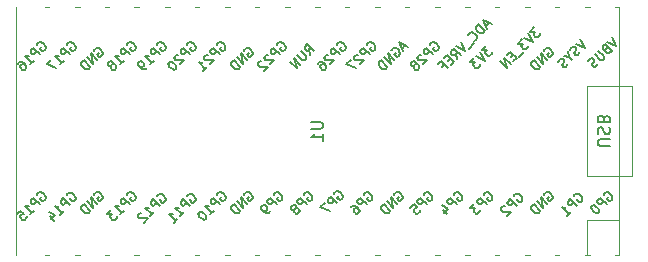
<source format=gbr>
%TF.GenerationSoftware,KiCad,Pcbnew,7.0.8-7.0.8~ubuntu20.04.1*%
%TF.CreationDate,2023-11-26T17:45:29+01:00*%
%TF.ProjectId,bouilloire_pcb,626f7569-6c6c-46f6-9972-655f7063622e,rev?*%
%TF.SameCoordinates,Original*%
%TF.FileFunction,Legend,Bot*%
%TF.FilePolarity,Positive*%
%FSLAX46Y46*%
G04 Gerber Fmt 4.6, Leading zero omitted, Abs format (unit mm)*
G04 Created by KiCad (PCBNEW 7.0.8-7.0.8~ubuntu20.04.1) date 2023-11-26 17:45:29*
%MOMM*%
%LPD*%
G01*
G04 APERTURE LIST*
%ADD10C,0.150000*%
%ADD11C,0.120000*%
G04 APERTURE END LIST*
D10*
X63208819Y12699904D02*
X64018342Y12699904D01*
X64018342Y12699904D02*
X64113580Y12652285D01*
X64113580Y12652285D02*
X64161200Y12604666D01*
X64161200Y12604666D02*
X64208819Y12509428D01*
X64208819Y12509428D02*
X64208819Y12318952D01*
X64208819Y12318952D02*
X64161200Y12223714D01*
X64161200Y12223714D02*
X64113580Y12176095D01*
X64113580Y12176095D02*
X64018342Y12128476D01*
X64018342Y12128476D02*
X63208819Y12128476D01*
X64208819Y11128476D02*
X64208819Y11699904D01*
X64208819Y11414190D02*
X63208819Y11414190D01*
X63208819Y11414190D02*
X63351676Y11509428D01*
X63351676Y11509428D02*
X63446914Y11604666D01*
X63446914Y11604666D02*
X63494533Y11699904D01*
X57552431Y18747564D02*
X57579368Y18828376D01*
X57579368Y18828376D02*
X57660180Y18909188D01*
X57660180Y18909188D02*
X57767930Y18963063D01*
X57767930Y18963063D02*
X57875680Y18963063D01*
X57875680Y18963063D02*
X57956492Y18936126D01*
X57956492Y18936126D02*
X58091179Y18855314D01*
X58091179Y18855314D02*
X58171991Y18774501D01*
X58171991Y18774501D02*
X58252803Y18639814D01*
X58252803Y18639814D02*
X58279741Y18559002D01*
X58279741Y18559002D02*
X58279741Y18451253D01*
X58279741Y18451253D02*
X58225866Y18343503D01*
X58225866Y18343503D02*
X58171991Y18289628D01*
X58171991Y18289628D02*
X58064241Y18235753D01*
X58064241Y18235753D02*
X58010367Y18235753D01*
X58010367Y18235753D02*
X57821805Y18424315D01*
X57821805Y18424315D02*
X57929554Y18532065D01*
X57821805Y17939442D02*
X57256119Y18505127D01*
X57256119Y18505127D02*
X57498556Y17616193D01*
X57498556Y17616193D02*
X56932871Y18181879D01*
X57229182Y17346819D02*
X56663497Y17912505D01*
X56663497Y17912505D02*
X56528810Y17777818D01*
X56528810Y17777818D02*
X56474935Y17670068D01*
X56474935Y17670068D02*
X56474935Y17562319D01*
X56474935Y17562319D02*
X56501872Y17481506D01*
X56501872Y17481506D02*
X56582685Y17346819D01*
X56582685Y17346819D02*
X56663497Y17266007D01*
X56663497Y17266007D02*
X56798184Y17185195D01*
X56798184Y17185195D02*
X56878996Y17158258D01*
X56878996Y17158258D02*
X56986746Y17158258D01*
X56986746Y17158258D02*
X57094495Y17212132D01*
X57094495Y17212132D02*
X57229182Y17346819D01*
X50174868Y19244001D02*
X50201805Y19324814D01*
X50201805Y19324814D02*
X50282618Y19405626D01*
X50282618Y19405626D02*
X50390367Y19459501D01*
X50390367Y19459501D02*
X50498117Y19459501D01*
X50498117Y19459501D02*
X50578929Y19432563D01*
X50578929Y19432563D02*
X50713616Y19351751D01*
X50713616Y19351751D02*
X50794428Y19270939D01*
X50794428Y19270939D02*
X50875241Y19136252D01*
X50875241Y19136252D02*
X50902178Y19055439D01*
X50902178Y19055439D02*
X50902178Y18947690D01*
X50902178Y18947690D02*
X50848303Y18839940D01*
X50848303Y18839940D02*
X50794428Y18786065D01*
X50794428Y18786065D02*
X50686679Y18732191D01*
X50686679Y18732191D02*
X50632804Y18732191D01*
X50632804Y18732191D02*
X50444242Y18920752D01*
X50444242Y18920752D02*
X50551992Y19028502D01*
X50444242Y18435879D02*
X49878557Y19001565D01*
X49878557Y19001565D02*
X49663057Y18786065D01*
X49663057Y18786065D02*
X49636120Y18705253D01*
X49636120Y18705253D02*
X49636120Y18651378D01*
X49636120Y18651378D02*
X49663057Y18570566D01*
X49663057Y18570566D02*
X49743870Y18489754D01*
X49743870Y18489754D02*
X49824682Y18462817D01*
X49824682Y18462817D02*
X49878557Y18462817D01*
X49878557Y18462817D02*
X49959369Y18489754D01*
X49959369Y18489754D02*
X50174868Y18705253D01*
X49582245Y17573882D02*
X49905494Y17897131D01*
X49743870Y17735507D02*
X49178184Y18301192D01*
X49178184Y18301192D02*
X49312871Y18274255D01*
X49312871Y18274255D02*
X49420621Y18274255D01*
X49420621Y18274255D02*
X49501433Y18301192D01*
X49312871Y17304508D02*
X49205121Y17196759D01*
X49205121Y17196759D02*
X49124309Y17169821D01*
X49124309Y17169821D02*
X49070434Y17169821D01*
X49070434Y17169821D02*
X48935747Y17196759D01*
X48935747Y17196759D02*
X48801060Y17277571D01*
X48801060Y17277571D02*
X48585561Y17493070D01*
X48585561Y17493070D02*
X48558624Y17573882D01*
X48558624Y17573882D02*
X48558624Y17627757D01*
X48558624Y17627757D02*
X48585561Y17708569D01*
X48585561Y17708569D02*
X48693311Y17816319D01*
X48693311Y17816319D02*
X48774123Y17843256D01*
X48774123Y17843256D02*
X48827998Y17843256D01*
X48827998Y17843256D02*
X48908810Y17816319D01*
X48908810Y17816319D02*
X49043497Y17681632D01*
X49043497Y17681632D02*
X49070434Y17600820D01*
X49070434Y17600820D02*
X49070434Y17546945D01*
X49070434Y17546945D02*
X49043497Y17466133D01*
X49043497Y17466133D02*
X48935747Y17358383D01*
X48935747Y17358383D02*
X48854935Y17331446D01*
X48854935Y17331446D02*
X48801060Y17331446D01*
X48801060Y17331446D02*
X48720248Y17358383D01*
X67685494Y6528627D02*
X67712431Y6609439D01*
X67712431Y6609439D02*
X67793243Y6690251D01*
X67793243Y6690251D02*
X67900993Y6744126D01*
X67900993Y6744126D02*
X68008742Y6744126D01*
X68008742Y6744126D02*
X68089555Y6717189D01*
X68089555Y6717189D02*
X68224242Y6636376D01*
X68224242Y6636376D02*
X68305054Y6555564D01*
X68305054Y6555564D02*
X68385866Y6420877D01*
X68385866Y6420877D02*
X68412803Y6340065D01*
X68412803Y6340065D02*
X68412803Y6232315D01*
X68412803Y6232315D02*
X68358929Y6124566D01*
X68358929Y6124566D02*
X68305054Y6070691D01*
X68305054Y6070691D02*
X68197304Y6016816D01*
X68197304Y6016816D02*
X68143429Y6016816D01*
X68143429Y6016816D02*
X67954868Y6205378D01*
X67954868Y6205378D02*
X68062617Y6313128D01*
X67954868Y5720505D02*
X67389182Y6286190D01*
X67389182Y6286190D02*
X67173683Y6070691D01*
X67173683Y6070691D02*
X67146746Y5989879D01*
X67146746Y5989879D02*
X67146746Y5936004D01*
X67146746Y5936004D02*
X67173683Y5855192D01*
X67173683Y5855192D02*
X67254495Y5774380D01*
X67254495Y5774380D02*
X67335307Y5747442D01*
X67335307Y5747442D02*
X67389182Y5747442D01*
X67389182Y5747442D02*
X67469994Y5774380D01*
X67469994Y5774380D02*
X67685494Y5989879D01*
X66581060Y5478068D02*
X66688810Y5585818D01*
X66688810Y5585818D02*
X66769622Y5612755D01*
X66769622Y5612755D02*
X66823497Y5612755D01*
X66823497Y5612755D02*
X66958184Y5585818D01*
X66958184Y5585818D02*
X67092871Y5505006D01*
X67092871Y5505006D02*
X67308370Y5289506D01*
X67308370Y5289506D02*
X67335307Y5208694D01*
X67335307Y5208694D02*
X67335307Y5154819D01*
X67335307Y5154819D02*
X67308370Y5074007D01*
X67308370Y5074007D02*
X67200620Y4966258D01*
X67200620Y4966258D02*
X67119808Y4939320D01*
X67119808Y4939320D02*
X67065933Y4939320D01*
X67065933Y4939320D02*
X66985121Y4966258D01*
X66985121Y4966258D02*
X66850434Y5100945D01*
X66850434Y5100945D02*
X66823497Y5181757D01*
X66823497Y5181757D02*
X66823497Y5235632D01*
X66823497Y5235632D02*
X66850434Y5316444D01*
X66850434Y5316444D02*
X66958184Y5424193D01*
X66958184Y5424193D02*
X67038996Y5451131D01*
X67038996Y5451131D02*
X67092871Y5451131D01*
X67092871Y5451131D02*
X67173683Y5424193D01*
X62605494Y6528627D02*
X62632431Y6609439D01*
X62632431Y6609439D02*
X62713243Y6690251D01*
X62713243Y6690251D02*
X62820993Y6744126D01*
X62820993Y6744126D02*
X62928742Y6744126D01*
X62928742Y6744126D02*
X63009555Y6717189D01*
X63009555Y6717189D02*
X63144242Y6636376D01*
X63144242Y6636376D02*
X63225054Y6555564D01*
X63225054Y6555564D02*
X63305866Y6420877D01*
X63305866Y6420877D02*
X63332803Y6340065D01*
X63332803Y6340065D02*
X63332803Y6232315D01*
X63332803Y6232315D02*
X63278929Y6124566D01*
X63278929Y6124566D02*
X63225054Y6070691D01*
X63225054Y6070691D02*
X63117304Y6016816D01*
X63117304Y6016816D02*
X63063429Y6016816D01*
X63063429Y6016816D02*
X62874868Y6205378D01*
X62874868Y6205378D02*
X62982617Y6313128D01*
X62874868Y5720505D02*
X62309182Y6286190D01*
X62309182Y6286190D02*
X62093683Y6070691D01*
X62093683Y6070691D02*
X62066746Y5989879D01*
X62066746Y5989879D02*
X62066746Y5936004D01*
X62066746Y5936004D02*
X62093683Y5855192D01*
X62093683Y5855192D02*
X62174495Y5774380D01*
X62174495Y5774380D02*
X62255307Y5747442D01*
X62255307Y5747442D02*
X62309182Y5747442D01*
X62309182Y5747442D02*
X62389994Y5774380D01*
X62389994Y5774380D02*
X62605494Y5989879D01*
X61905121Y5397256D02*
X61932059Y5478068D01*
X61932059Y5478068D02*
X61932059Y5531943D01*
X61932059Y5531943D02*
X61905121Y5612755D01*
X61905121Y5612755D02*
X61878184Y5639693D01*
X61878184Y5639693D02*
X61797372Y5666630D01*
X61797372Y5666630D02*
X61743497Y5666630D01*
X61743497Y5666630D02*
X61662685Y5639693D01*
X61662685Y5639693D02*
X61554935Y5531943D01*
X61554935Y5531943D02*
X61527998Y5451131D01*
X61527998Y5451131D02*
X61527998Y5397256D01*
X61527998Y5397256D02*
X61554935Y5316444D01*
X61554935Y5316444D02*
X61581872Y5289506D01*
X61581872Y5289506D02*
X61662685Y5262569D01*
X61662685Y5262569D02*
X61716559Y5262569D01*
X61716559Y5262569D02*
X61797372Y5289506D01*
X61797372Y5289506D02*
X61905121Y5397256D01*
X61905121Y5397256D02*
X61985933Y5424193D01*
X61985933Y5424193D02*
X62039808Y5424193D01*
X62039808Y5424193D02*
X62120620Y5397256D01*
X62120620Y5397256D02*
X62228370Y5289506D01*
X62228370Y5289506D02*
X62255307Y5208694D01*
X62255307Y5208694D02*
X62255307Y5154819D01*
X62255307Y5154819D02*
X62228370Y5074007D01*
X62228370Y5074007D02*
X62120620Y4966258D01*
X62120620Y4966258D02*
X62039808Y4939320D01*
X62039808Y4939320D02*
X61985933Y4939320D01*
X61985933Y4939320D02*
X61905121Y4966258D01*
X61905121Y4966258D02*
X61797372Y5074007D01*
X61797372Y5074007D02*
X61770434Y5154819D01*
X61770434Y5154819D02*
X61770434Y5208694D01*
X61770434Y5208694D02*
X61797372Y5289506D01*
X52714868Y6398001D02*
X52741805Y6478814D01*
X52741805Y6478814D02*
X52822618Y6559626D01*
X52822618Y6559626D02*
X52930367Y6613501D01*
X52930367Y6613501D02*
X53038117Y6613501D01*
X53038117Y6613501D02*
X53118929Y6586563D01*
X53118929Y6586563D02*
X53253616Y6505751D01*
X53253616Y6505751D02*
X53334428Y6424939D01*
X53334428Y6424939D02*
X53415241Y6290252D01*
X53415241Y6290252D02*
X53442178Y6209439D01*
X53442178Y6209439D02*
X53442178Y6101690D01*
X53442178Y6101690D02*
X53388303Y5993940D01*
X53388303Y5993940D02*
X53334428Y5940065D01*
X53334428Y5940065D02*
X53226679Y5886191D01*
X53226679Y5886191D02*
X53172804Y5886191D01*
X53172804Y5886191D02*
X52984242Y6074752D01*
X52984242Y6074752D02*
X53091992Y6182502D01*
X52984242Y5589879D02*
X52418557Y6155565D01*
X52418557Y6155565D02*
X52203057Y5940065D01*
X52203057Y5940065D02*
X52176120Y5859253D01*
X52176120Y5859253D02*
X52176120Y5805378D01*
X52176120Y5805378D02*
X52203057Y5724566D01*
X52203057Y5724566D02*
X52283870Y5643754D01*
X52283870Y5643754D02*
X52364682Y5616817D01*
X52364682Y5616817D02*
X52418557Y5616817D01*
X52418557Y5616817D02*
X52499369Y5643754D01*
X52499369Y5643754D02*
X52714868Y5859253D01*
X52122245Y4727882D02*
X52445494Y5051131D01*
X52283870Y4889507D02*
X51718184Y5455192D01*
X51718184Y5455192D02*
X51852871Y5428255D01*
X51852871Y5428255D02*
X51960621Y5428255D01*
X51960621Y5428255D02*
X52041433Y5455192D01*
X51583497Y4189134D02*
X51906746Y4512383D01*
X51745121Y4350759D02*
X51179436Y4916444D01*
X51179436Y4916444D02*
X51314123Y4889507D01*
X51314123Y4889507D02*
X51421873Y4889507D01*
X51421873Y4889507D02*
X51502685Y4916444D01*
X77845494Y6528627D02*
X77872431Y6609439D01*
X77872431Y6609439D02*
X77953243Y6690251D01*
X77953243Y6690251D02*
X78060993Y6744126D01*
X78060993Y6744126D02*
X78168742Y6744126D01*
X78168742Y6744126D02*
X78249555Y6717189D01*
X78249555Y6717189D02*
X78384242Y6636376D01*
X78384242Y6636376D02*
X78465054Y6555564D01*
X78465054Y6555564D02*
X78545866Y6420877D01*
X78545866Y6420877D02*
X78572803Y6340065D01*
X78572803Y6340065D02*
X78572803Y6232315D01*
X78572803Y6232315D02*
X78518929Y6124566D01*
X78518929Y6124566D02*
X78465054Y6070691D01*
X78465054Y6070691D02*
X78357304Y6016816D01*
X78357304Y6016816D02*
X78303429Y6016816D01*
X78303429Y6016816D02*
X78114868Y6205378D01*
X78114868Y6205378D02*
X78222617Y6313128D01*
X78114868Y5720505D02*
X77549182Y6286190D01*
X77549182Y6286190D02*
X77333683Y6070691D01*
X77333683Y6070691D02*
X77306746Y5989879D01*
X77306746Y5989879D02*
X77306746Y5936004D01*
X77306746Y5936004D02*
X77333683Y5855192D01*
X77333683Y5855192D02*
X77414495Y5774380D01*
X77414495Y5774380D02*
X77495307Y5747442D01*
X77495307Y5747442D02*
X77549182Y5747442D01*
X77549182Y5747442D02*
X77629994Y5774380D01*
X77629994Y5774380D02*
X77845494Y5989879D01*
X77037372Y5774380D02*
X76687185Y5424193D01*
X76687185Y5424193D02*
X77091246Y5397256D01*
X77091246Y5397256D02*
X77010434Y5316444D01*
X77010434Y5316444D02*
X76983497Y5235632D01*
X76983497Y5235632D02*
X76983497Y5181757D01*
X76983497Y5181757D02*
X77010434Y5100945D01*
X77010434Y5100945D02*
X77145121Y4966258D01*
X77145121Y4966258D02*
X77225933Y4939320D01*
X77225933Y4939320D02*
X77279808Y4939320D01*
X77279808Y4939320D02*
X77360620Y4966258D01*
X77360620Y4966258D02*
X77522245Y5127882D01*
X77522245Y5127882D02*
X77549182Y5208694D01*
X77549182Y5208694D02*
X77549182Y5262569D01*
X86004242Y19713250D02*
X86381366Y18959003D01*
X86381366Y18959003D02*
X85627118Y19336126D01*
X86004242Y18635754D02*
X85950367Y18528004D01*
X85950367Y18528004D02*
X85815680Y18393317D01*
X85815680Y18393317D02*
X85734868Y18366380D01*
X85734868Y18366380D02*
X85680993Y18366380D01*
X85680993Y18366380D02*
X85600181Y18393317D01*
X85600181Y18393317D02*
X85546306Y18447192D01*
X85546306Y18447192D02*
X85519369Y18528004D01*
X85519369Y18528004D02*
X85519369Y18581879D01*
X85519369Y18581879D02*
X85546306Y18662691D01*
X85546306Y18662691D02*
X85627118Y18797378D01*
X85627118Y18797378D02*
X85654056Y18878191D01*
X85654056Y18878191D02*
X85654056Y18932065D01*
X85654056Y18932065D02*
X85627118Y19012878D01*
X85627118Y19012878D02*
X85573244Y19066752D01*
X85573244Y19066752D02*
X85492431Y19093690D01*
X85492431Y19093690D02*
X85438557Y19093690D01*
X85438557Y19093690D02*
X85357744Y19066752D01*
X85357744Y19066752D02*
X85223057Y18932065D01*
X85223057Y18932065D02*
X85169183Y18824316D01*
X85088370Y18204755D02*
X85357744Y17935381D01*
X84980621Y18689629D02*
X85088370Y18204755D01*
X85088370Y18204755D02*
X84603497Y18312505D01*
X84980621Y17612133D02*
X84926746Y17504383D01*
X84926746Y17504383D02*
X84792059Y17369696D01*
X84792059Y17369696D02*
X84711247Y17342759D01*
X84711247Y17342759D02*
X84657372Y17342759D01*
X84657372Y17342759D02*
X84576560Y17369696D01*
X84576560Y17369696D02*
X84522685Y17423571D01*
X84522685Y17423571D02*
X84495748Y17504383D01*
X84495748Y17504383D02*
X84495748Y17558258D01*
X84495748Y17558258D02*
X84522685Y17639070D01*
X84522685Y17639070D02*
X84603497Y17773757D01*
X84603497Y17773757D02*
X84630435Y17854569D01*
X84630435Y17854569D02*
X84630435Y17908444D01*
X84630435Y17908444D02*
X84603497Y17989256D01*
X84603497Y17989256D02*
X84549622Y18043131D01*
X84549622Y18043131D02*
X84468810Y18070069D01*
X84468810Y18070069D02*
X84414935Y18070069D01*
X84414935Y18070069D02*
X84334123Y18043131D01*
X84334123Y18043131D02*
X84199436Y17908444D01*
X84199436Y17908444D02*
X84145561Y17800695D01*
X55254868Y6544001D02*
X55281805Y6624814D01*
X55281805Y6624814D02*
X55362618Y6705626D01*
X55362618Y6705626D02*
X55470367Y6759501D01*
X55470367Y6759501D02*
X55578117Y6759501D01*
X55578117Y6759501D02*
X55658929Y6732563D01*
X55658929Y6732563D02*
X55793616Y6651751D01*
X55793616Y6651751D02*
X55874428Y6570939D01*
X55874428Y6570939D02*
X55955241Y6436252D01*
X55955241Y6436252D02*
X55982178Y6355439D01*
X55982178Y6355439D02*
X55982178Y6247690D01*
X55982178Y6247690D02*
X55928303Y6139940D01*
X55928303Y6139940D02*
X55874428Y6086065D01*
X55874428Y6086065D02*
X55766679Y6032191D01*
X55766679Y6032191D02*
X55712804Y6032191D01*
X55712804Y6032191D02*
X55524242Y6220752D01*
X55524242Y6220752D02*
X55631992Y6328502D01*
X55524242Y5735879D02*
X54958557Y6301565D01*
X54958557Y6301565D02*
X54743057Y6086065D01*
X54743057Y6086065D02*
X54716120Y6005253D01*
X54716120Y6005253D02*
X54716120Y5951378D01*
X54716120Y5951378D02*
X54743057Y5870566D01*
X54743057Y5870566D02*
X54823870Y5789754D01*
X54823870Y5789754D02*
X54904682Y5762817D01*
X54904682Y5762817D02*
X54958557Y5762817D01*
X54958557Y5762817D02*
X55039369Y5789754D01*
X55039369Y5789754D02*
X55254868Y6005253D01*
X54662245Y4873882D02*
X54985494Y5197131D01*
X54823870Y5035507D02*
X54258184Y5601192D01*
X54258184Y5601192D02*
X54392871Y5574255D01*
X54392871Y5574255D02*
X54500621Y5574255D01*
X54500621Y5574255D02*
X54581433Y5601192D01*
X53746373Y5089381D02*
X53692499Y5035507D01*
X53692499Y5035507D02*
X53665561Y4954694D01*
X53665561Y4954694D02*
X53665561Y4900820D01*
X53665561Y4900820D02*
X53692499Y4820007D01*
X53692499Y4820007D02*
X53773311Y4685320D01*
X53773311Y4685320D02*
X53907998Y4550633D01*
X53907998Y4550633D02*
X54042685Y4469821D01*
X54042685Y4469821D02*
X54123497Y4442884D01*
X54123497Y4442884D02*
X54177372Y4442884D01*
X54177372Y4442884D02*
X54258184Y4469821D01*
X54258184Y4469821D02*
X54312059Y4523696D01*
X54312059Y4523696D02*
X54338996Y4604508D01*
X54338996Y4604508D02*
X54338996Y4658383D01*
X54338996Y4658383D02*
X54312059Y4739195D01*
X54312059Y4739195D02*
X54231247Y4873882D01*
X54231247Y4873882D02*
X54096560Y5008569D01*
X54096560Y5008569D02*
X53961873Y5089381D01*
X53961873Y5089381D02*
X53881060Y5116319D01*
X53881060Y5116319D02*
X53827186Y5116319D01*
X53827186Y5116319D02*
X53746373Y5089381D01*
X71195240Y19190126D02*
X70925866Y18920752D01*
X71410739Y19082376D02*
X70656492Y19459500D01*
X70656492Y19459500D02*
X71033615Y18705253D01*
X70009994Y18759128D02*
X70036932Y18839940D01*
X70036932Y18839940D02*
X70117744Y18920752D01*
X70117744Y18920752D02*
X70225494Y18974627D01*
X70225494Y18974627D02*
X70333243Y18974627D01*
X70333243Y18974627D02*
X70414055Y18947689D01*
X70414055Y18947689D02*
X70548742Y18866877D01*
X70548742Y18866877D02*
X70629555Y18786065D01*
X70629555Y18786065D02*
X70710367Y18651378D01*
X70710367Y18651378D02*
X70737304Y18570566D01*
X70737304Y18570566D02*
X70737304Y18462816D01*
X70737304Y18462816D02*
X70683429Y18355067D01*
X70683429Y18355067D02*
X70629555Y18301192D01*
X70629555Y18301192D02*
X70521805Y18247317D01*
X70521805Y18247317D02*
X70467930Y18247317D01*
X70467930Y18247317D02*
X70279368Y18435879D01*
X70279368Y18435879D02*
X70387118Y18543628D01*
X70279368Y17951006D02*
X69713683Y18516691D01*
X69713683Y18516691D02*
X69956120Y17627757D01*
X69956120Y17627757D02*
X69390434Y18193442D01*
X69686746Y17358383D02*
X69121060Y17924068D01*
X69121060Y17924068D02*
X68986373Y17789381D01*
X68986373Y17789381D02*
X68932498Y17681632D01*
X68932498Y17681632D02*
X68932498Y17573882D01*
X68932498Y17573882D02*
X68959436Y17493070D01*
X68959436Y17493070D02*
X69040248Y17358383D01*
X69040248Y17358383D02*
X69121060Y17277571D01*
X69121060Y17277571D02*
X69255747Y17196758D01*
X69255747Y17196758D02*
X69336560Y17169821D01*
X69336560Y17169821D02*
X69444309Y17169821D01*
X69444309Y17169821D02*
X69552059Y17223696D01*
X69552059Y17223696D02*
X69686746Y17358383D01*
X78044868Y19143876D02*
X77694682Y18793690D01*
X77694682Y18793690D02*
X78098743Y18766752D01*
X78098743Y18766752D02*
X78017931Y18685940D01*
X78017931Y18685940D02*
X77990993Y18605128D01*
X77990993Y18605128D02*
X77990993Y18551253D01*
X77990993Y18551253D02*
X78017931Y18470441D01*
X78017931Y18470441D02*
X78152618Y18335754D01*
X78152618Y18335754D02*
X78233430Y18308817D01*
X78233430Y18308817D02*
X78287305Y18308817D01*
X78287305Y18308817D02*
X78368117Y18335754D01*
X78368117Y18335754D02*
X78529741Y18497378D01*
X78529741Y18497378D02*
X78556679Y18578191D01*
X78556679Y18578191D02*
X78556679Y18632065D01*
X77533057Y18632065D02*
X77910181Y17877818D01*
X77910181Y17877818D02*
X77155934Y18254942D01*
X77021247Y18120255D02*
X76671061Y17770069D01*
X76671061Y17770069D02*
X77075122Y17743131D01*
X77075122Y17743131D02*
X76994309Y17662319D01*
X76994309Y17662319D02*
X76967372Y17581507D01*
X76967372Y17581507D02*
X76967372Y17527632D01*
X76967372Y17527632D02*
X76994309Y17446820D01*
X76994309Y17446820D02*
X77128996Y17312133D01*
X77128996Y17312133D02*
X77209809Y17285195D01*
X77209809Y17285195D02*
X77263683Y17285195D01*
X77263683Y17285195D02*
X77344496Y17312133D01*
X77344496Y17312133D02*
X77506120Y17473757D01*
X77506120Y17473757D02*
X77533057Y17554569D01*
X77533057Y17554569D02*
X77533057Y17608444D01*
X82952431Y6555564D02*
X82979368Y6636376D01*
X82979368Y6636376D02*
X83060180Y6717188D01*
X83060180Y6717188D02*
X83167930Y6771063D01*
X83167930Y6771063D02*
X83275680Y6771063D01*
X83275680Y6771063D02*
X83356492Y6744126D01*
X83356492Y6744126D02*
X83491179Y6663314D01*
X83491179Y6663314D02*
X83571991Y6582501D01*
X83571991Y6582501D02*
X83652803Y6447814D01*
X83652803Y6447814D02*
X83679741Y6367002D01*
X83679741Y6367002D02*
X83679741Y6259253D01*
X83679741Y6259253D02*
X83625866Y6151503D01*
X83625866Y6151503D02*
X83571991Y6097628D01*
X83571991Y6097628D02*
X83464241Y6043753D01*
X83464241Y6043753D02*
X83410367Y6043753D01*
X83410367Y6043753D02*
X83221805Y6232315D01*
X83221805Y6232315D02*
X83329554Y6340065D01*
X83221805Y5747442D02*
X82656119Y6313127D01*
X82656119Y6313127D02*
X82898556Y5424193D01*
X82898556Y5424193D02*
X82332871Y5989879D01*
X82629182Y5154819D02*
X82063497Y5720505D01*
X82063497Y5720505D02*
X81928810Y5585818D01*
X81928810Y5585818D02*
X81874935Y5478068D01*
X81874935Y5478068D02*
X81874935Y5370319D01*
X81874935Y5370319D02*
X81901872Y5289506D01*
X81901872Y5289506D02*
X81982685Y5154819D01*
X81982685Y5154819D02*
X82063497Y5074007D01*
X82063497Y5074007D02*
X82198184Y4993195D01*
X82198184Y4993195D02*
X82278996Y4966258D01*
X82278996Y4966258D02*
X82386746Y4966258D01*
X82386746Y4966258D02*
X82494495Y5020132D01*
X82494495Y5020132D02*
X82629182Y5154819D01*
X55244868Y19244001D02*
X55271805Y19324814D01*
X55271805Y19324814D02*
X55352618Y19405626D01*
X55352618Y19405626D02*
X55460367Y19459501D01*
X55460367Y19459501D02*
X55568117Y19459501D01*
X55568117Y19459501D02*
X55648929Y19432563D01*
X55648929Y19432563D02*
X55783616Y19351751D01*
X55783616Y19351751D02*
X55864428Y19270939D01*
X55864428Y19270939D02*
X55945241Y19136252D01*
X55945241Y19136252D02*
X55972178Y19055439D01*
X55972178Y19055439D02*
X55972178Y18947690D01*
X55972178Y18947690D02*
X55918303Y18839940D01*
X55918303Y18839940D02*
X55864428Y18786065D01*
X55864428Y18786065D02*
X55756679Y18732191D01*
X55756679Y18732191D02*
X55702804Y18732191D01*
X55702804Y18732191D02*
X55514242Y18920752D01*
X55514242Y18920752D02*
X55621992Y19028502D01*
X55514242Y18435879D02*
X54948557Y19001565D01*
X54948557Y19001565D02*
X54733057Y18786065D01*
X54733057Y18786065D02*
X54706120Y18705253D01*
X54706120Y18705253D02*
X54706120Y18651378D01*
X54706120Y18651378D02*
X54733057Y18570566D01*
X54733057Y18570566D02*
X54813870Y18489754D01*
X54813870Y18489754D02*
X54894682Y18462817D01*
X54894682Y18462817D02*
X54948557Y18462817D01*
X54948557Y18462817D02*
X55029369Y18489754D01*
X55029369Y18489754D02*
X55244868Y18705253D01*
X54463683Y18408942D02*
X54409809Y18408942D01*
X54409809Y18408942D02*
X54328996Y18382004D01*
X54328996Y18382004D02*
X54194309Y18247317D01*
X54194309Y18247317D02*
X54167372Y18166505D01*
X54167372Y18166505D02*
X54167372Y18112630D01*
X54167372Y18112630D02*
X54194309Y18031818D01*
X54194309Y18031818D02*
X54248184Y17977943D01*
X54248184Y17977943D02*
X54355934Y17924069D01*
X54355934Y17924069D02*
X55002431Y17924069D01*
X55002431Y17924069D02*
X54652245Y17573882D01*
X54113497Y17035134D02*
X54436746Y17358383D01*
X54275121Y17196759D02*
X53709436Y17762444D01*
X53709436Y17762444D02*
X53844123Y17735507D01*
X53844123Y17735507D02*
X53951873Y17735507D01*
X53951873Y17735507D02*
X54032685Y17762444D01*
X60065494Y6528627D02*
X60092431Y6609439D01*
X60092431Y6609439D02*
X60173243Y6690251D01*
X60173243Y6690251D02*
X60280993Y6744126D01*
X60280993Y6744126D02*
X60388742Y6744126D01*
X60388742Y6744126D02*
X60469555Y6717189D01*
X60469555Y6717189D02*
X60604242Y6636376D01*
X60604242Y6636376D02*
X60685054Y6555564D01*
X60685054Y6555564D02*
X60765866Y6420877D01*
X60765866Y6420877D02*
X60792803Y6340065D01*
X60792803Y6340065D02*
X60792803Y6232315D01*
X60792803Y6232315D02*
X60738929Y6124566D01*
X60738929Y6124566D02*
X60685054Y6070691D01*
X60685054Y6070691D02*
X60577304Y6016816D01*
X60577304Y6016816D02*
X60523429Y6016816D01*
X60523429Y6016816D02*
X60334868Y6205378D01*
X60334868Y6205378D02*
X60442617Y6313128D01*
X60334868Y5720505D02*
X59769182Y6286190D01*
X59769182Y6286190D02*
X59553683Y6070691D01*
X59553683Y6070691D02*
X59526746Y5989879D01*
X59526746Y5989879D02*
X59526746Y5936004D01*
X59526746Y5936004D02*
X59553683Y5855192D01*
X59553683Y5855192D02*
X59634495Y5774380D01*
X59634495Y5774380D02*
X59715307Y5747442D01*
X59715307Y5747442D02*
X59769182Y5747442D01*
X59769182Y5747442D02*
X59849994Y5774380D01*
X59849994Y5774380D02*
X60065494Y5989879D01*
X59742245Y5127882D02*
X59634495Y5020132D01*
X59634495Y5020132D02*
X59553683Y4993195D01*
X59553683Y4993195D02*
X59499808Y4993195D01*
X59499808Y4993195D02*
X59365121Y5020132D01*
X59365121Y5020132D02*
X59230434Y5100945D01*
X59230434Y5100945D02*
X59014935Y5316444D01*
X59014935Y5316444D02*
X58987998Y5397256D01*
X58987998Y5397256D02*
X58987998Y5451131D01*
X58987998Y5451131D02*
X59014935Y5531943D01*
X59014935Y5531943D02*
X59122685Y5639693D01*
X59122685Y5639693D02*
X59203497Y5666630D01*
X59203497Y5666630D02*
X59257372Y5666630D01*
X59257372Y5666630D02*
X59338184Y5639693D01*
X59338184Y5639693D02*
X59472871Y5505006D01*
X59472871Y5505006D02*
X59499808Y5424193D01*
X59499808Y5424193D02*
X59499808Y5370319D01*
X59499808Y5370319D02*
X59472871Y5289506D01*
X59472871Y5289506D02*
X59365121Y5181757D01*
X59365121Y5181757D02*
X59284309Y5154819D01*
X59284309Y5154819D02*
X59230434Y5154819D01*
X59230434Y5154819D02*
X59149622Y5181757D01*
X44852431Y18747564D02*
X44879368Y18828376D01*
X44879368Y18828376D02*
X44960180Y18909188D01*
X44960180Y18909188D02*
X45067930Y18963063D01*
X45067930Y18963063D02*
X45175680Y18963063D01*
X45175680Y18963063D02*
X45256492Y18936126D01*
X45256492Y18936126D02*
X45391179Y18855314D01*
X45391179Y18855314D02*
X45471991Y18774501D01*
X45471991Y18774501D02*
X45552803Y18639814D01*
X45552803Y18639814D02*
X45579741Y18559002D01*
X45579741Y18559002D02*
X45579741Y18451253D01*
X45579741Y18451253D02*
X45525866Y18343503D01*
X45525866Y18343503D02*
X45471991Y18289628D01*
X45471991Y18289628D02*
X45364241Y18235753D01*
X45364241Y18235753D02*
X45310367Y18235753D01*
X45310367Y18235753D02*
X45121805Y18424315D01*
X45121805Y18424315D02*
X45229554Y18532065D01*
X45121805Y17939442D02*
X44556119Y18505127D01*
X44556119Y18505127D02*
X44798556Y17616193D01*
X44798556Y17616193D02*
X44232871Y18181879D01*
X44529182Y17346819D02*
X43963497Y17912505D01*
X43963497Y17912505D02*
X43828810Y17777818D01*
X43828810Y17777818D02*
X43774935Y17670068D01*
X43774935Y17670068D02*
X43774935Y17562319D01*
X43774935Y17562319D02*
X43801872Y17481506D01*
X43801872Y17481506D02*
X43882685Y17346819D01*
X43882685Y17346819D02*
X43963497Y17266007D01*
X43963497Y17266007D02*
X44098184Y17185195D01*
X44098184Y17185195D02*
X44178996Y17158258D01*
X44178996Y17158258D02*
X44286746Y17158258D01*
X44286746Y17158258D02*
X44394495Y17212132D01*
X44394495Y17212132D02*
X44529182Y17346819D01*
X72765494Y6528627D02*
X72792431Y6609439D01*
X72792431Y6609439D02*
X72873243Y6690251D01*
X72873243Y6690251D02*
X72980993Y6744126D01*
X72980993Y6744126D02*
X73088742Y6744126D01*
X73088742Y6744126D02*
X73169555Y6717189D01*
X73169555Y6717189D02*
X73304242Y6636376D01*
X73304242Y6636376D02*
X73385054Y6555564D01*
X73385054Y6555564D02*
X73465866Y6420877D01*
X73465866Y6420877D02*
X73492803Y6340065D01*
X73492803Y6340065D02*
X73492803Y6232315D01*
X73492803Y6232315D02*
X73438929Y6124566D01*
X73438929Y6124566D02*
X73385054Y6070691D01*
X73385054Y6070691D02*
X73277304Y6016816D01*
X73277304Y6016816D02*
X73223429Y6016816D01*
X73223429Y6016816D02*
X73034868Y6205378D01*
X73034868Y6205378D02*
X73142617Y6313128D01*
X73034868Y5720505D02*
X72469182Y6286190D01*
X72469182Y6286190D02*
X72253683Y6070691D01*
X72253683Y6070691D02*
X72226746Y5989879D01*
X72226746Y5989879D02*
X72226746Y5936004D01*
X72226746Y5936004D02*
X72253683Y5855192D01*
X72253683Y5855192D02*
X72334495Y5774380D01*
X72334495Y5774380D02*
X72415307Y5747442D01*
X72415307Y5747442D02*
X72469182Y5747442D01*
X72469182Y5747442D02*
X72549994Y5774380D01*
X72549994Y5774380D02*
X72765494Y5989879D01*
X71634123Y5451131D02*
X71903497Y5720505D01*
X71903497Y5720505D02*
X72199808Y5478068D01*
X72199808Y5478068D02*
X72145933Y5478068D01*
X72145933Y5478068D02*
X72065121Y5451131D01*
X72065121Y5451131D02*
X71930434Y5316444D01*
X71930434Y5316444D02*
X71903497Y5235632D01*
X71903497Y5235632D02*
X71903497Y5181757D01*
X71903497Y5181757D02*
X71930434Y5100945D01*
X71930434Y5100945D02*
X72065121Y4966258D01*
X72065121Y4966258D02*
X72145933Y4939320D01*
X72145933Y4939320D02*
X72199808Y4939320D01*
X72199808Y4939320D02*
X72280620Y4966258D01*
X72280620Y4966258D02*
X72415307Y5100945D01*
X72415307Y5100945D02*
X72442245Y5181757D01*
X72442245Y5181757D02*
X72442245Y5235632D01*
X73288868Y19244001D02*
X73315805Y19324814D01*
X73315805Y19324814D02*
X73396618Y19405626D01*
X73396618Y19405626D02*
X73504367Y19459501D01*
X73504367Y19459501D02*
X73612117Y19459501D01*
X73612117Y19459501D02*
X73692929Y19432563D01*
X73692929Y19432563D02*
X73827616Y19351751D01*
X73827616Y19351751D02*
X73908428Y19270939D01*
X73908428Y19270939D02*
X73989241Y19136252D01*
X73989241Y19136252D02*
X74016178Y19055439D01*
X74016178Y19055439D02*
X74016178Y18947690D01*
X74016178Y18947690D02*
X73962303Y18839940D01*
X73962303Y18839940D02*
X73908428Y18786065D01*
X73908428Y18786065D02*
X73800679Y18732191D01*
X73800679Y18732191D02*
X73746804Y18732191D01*
X73746804Y18732191D02*
X73558242Y18920752D01*
X73558242Y18920752D02*
X73665992Y19028502D01*
X73558242Y18435879D02*
X72992557Y19001565D01*
X72992557Y19001565D02*
X72777057Y18786065D01*
X72777057Y18786065D02*
X72750120Y18705253D01*
X72750120Y18705253D02*
X72750120Y18651378D01*
X72750120Y18651378D02*
X72777057Y18570566D01*
X72777057Y18570566D02*
X72857870Y18489754D01*
X72857870Y18489754D02*
X72938682Y18462817D01*
X72938682Y18462817D02*
X72992557Y18462817D01*
X72992557Y18462817D02*
X73073369Y18489754D01*
X73073369Y18489754D02*
X73288868Y18705253D01*
X72507683Y18408942D02*
X72453809Y18408942D01*
X72453809Y18408942D02*
X72372996Y18382004D01*
X72372996Y18382004D02*
X72238309Y18247317D01*
X72238309Y18247317D02*
X72211372Y18166505D01*
X72211372Y18166505D02*
X72211372Y18112630D01*
X72211372Y18112630D02*
X72238309Y18031818D01*
X72238309Y18031818D02*
X72292184Y17977943D01*
X72292184Y17977943D02*
X72399934Y17924069D01*
X72399934Y17924069D02*
X73046431Y17924069D01*
X73046431Y17924069D02*
X72696245Y17573882D01*
X72049747Y17573882D02*
X72076685Y17654694D01*
X72076685Y17654694D02*
X72076685Y17708569D01*
X72076685Y17708569D02*
X72049747Y17789381D01*
X72049747Y17789381D02*
X72022810Y17816319D01*
X72022810Y17816319D02*
X71941998Y17843256D01*
X71941998Y17843256D02*
X71888123Y17843256D01*
X71888123Y17843256D02*
X71807311Y17816319D01*
X71807311Y17816319D02*
X71699561Y17708569D01*
X71699561Y17708569D02*
X71672624Y17627757D01*
X71672624Y17627757D02*
X71672624Y17573882D01*
X71672624Y17573882D02*
X71699561Y17493070D01*
X71699561Y17493070D02*
X71726499Y17466133D01*
X71726499Y17466133D02*
X71807311Y17439195D01*
X71807311Y17439195D02*
X71861186Y17439195D01*
X71861186Y17439195D02*
X71941998Y17466133D01*
X71941998Y17466133D02*
X72049747Y17573882D01*
X72049747Y17573882D02*
X72130560Y17600820D01*
X72130560Y17600820D02*
X72184434Y17600820D01*
X72184434Y17600820D02*
X72265247Y17573882D01*
X72265247Y17573882D02*
X72372996Y17466133D01*
X72372996Y17466133D02*
X72399934Y17385320D01*
X72399934Y17385320D02*
X72399934Y17331446D01*
X72399934Y17331446D02*
X72372996Y17250633D01*
X72372996Y17250633D02*
X72265247Y17142884D01*
X72265247Y17142884D02*
X72184434Y17115946D01*
X72184434Y17115946D02*
X72130560Y17115946D01*
X72130560Y17115946D02*
X72049747Y17142884D01*
X72049747Y17142884D02*
X71941998Y17250633D01*
X71941998Y17250633D02*
X71915060Y17331446D01*
X71915060Y17331446D02*
X71915060Y17385320D01*
X71915060Y17385320D02*
X71941998Y17466133D01*
X47634868Y19244001D02*
X47661805Y19324814D01*
X47661805Y19324814D02*
X47742618Y19405626D01*
X47742618Y19405626D02*
X47850367Y19459501D01*
X47850367Y19459501D02*
X47958117Y19459501D01*
X47958117Y19459501D02*
X48038929Y19432563D01*
X48038929Y19432563D02*
X48173616Y19351751D01*
X48173616Y19351751D02*
X48254428Y19270939D01*
X48254428Y19270939D02*
X48335241Y19136252D01*
X48335241Y19136252D02*
X48362178Y19055439D01*
X48362178Y19055439D02*
X48362178Y18947690D01*
X48362178Y18947690D02*
X48308303Y18839940D01*
X48308303Y18839940D02*
X48254428Y18786065D01*
X48254428Y18786065D02*
X48146679Y18732191D01*
X48146679Y18732191D02*
X48092804Y18732191D01*
X48092804Y18732191D02*
X47904242Y18920752D01*
X47904242Y18920752D02*
X48011992Y19028502D01*
X47904242Y18435879D02*
X47338557Y19001565D01*
X47338557Y19001565D02*
X47123057Y18786065D01*
X47123057Y18786065D02*
X47096120Y18705253D01*
X47096120Y18705253D02*
X47096120Y18651378D01*
X47096120Y18651378D02*
X47123057Y18570566D01*
X47123057Y18570566D02*
X47203870Y18489754D01*
X47203870Y18489754D02*
X47284682Y18462817D01*
X47284682Y18462817D02*
X47338557Y18462817D01*
X47338557Y18462817D02*
X47419369Y18489754D01*
X47419369Y18489754D02*
X47634868Y18705253D01*
X47042245Y17573882D02*
X47365494Y17897131D01*
X47203870Y17735507D02*
X46638184Y18301192D01*
X46638184Y18301192D02*
X46772871Y18274255D01*
X46772871Y18274255D02*
X46880621Y18274255D01*
X46880621Y18274255D02*
X46961433Y18301192D01*
X46395747Y17573882D02*
X46422685Y17654694D01*
X46422685Y17654694D02*
X46422685Y17708569D01*
X46422685Y17708569D02*
X46395747Y17789381D01*
X46395747Y17789381D02*
X46368810Y17816319D01*
X46368810Y17816319D02*
X46287998Y17843256D01*
X46287998Y17843256D02*
X46234123Y17843256D01*
X46234123Y17843256D02*
X46153311Y17816319D01*
X46153311Y17816319D02*
X46045561Y17708569D01*
X46045561Y17708569D02*
X46018624Y17627757D01*
X46018624Y17627757D02*
X46018624Y17573882D01*
X46018624Y17573882D02*
X46045561Y17493070D01*
X46045561Y17493070D02*
X46072499Y17466133D01*
X46072499Y17466133D02*
X46153311Y17439195D01*
X46153311Y17439195D02*
X46207186Y17439195D01*
X46207186Y17439195D02*
X46287998Y17466133D01*
X46287998Y17466133D02*
X46395747Y17573882D01*
X46395747Y17573882D02*
X46476560Y17600820D01*
X46476560Y17600820D02*
X46530434Y17600820D01*
X46530434Y17600820D02*
X46611247Y17573882D01*
X46611247Y17573882D02*
X46718996Y17466133D01*
X46718996Y17466133D02*
X46745934Y17385320D01*
X46745934Y17385320D02*
X46745934Y17331446D01*
X46745934Y17331446D02*
X46718996Y17250633D01*
X46718996Y17250633D02*
X46611247Y17142884D01*
X46611247Y17142884D02*
X46530434Y17115946D01*
X46530434Y17115946D02*
X46476560Y17115946D01*
X46476560Y17115946D02*
X46395747Y17142884D01*
X46395747Y17142884D02*
X46287998Y17250633D01*
X46287998Y17250633D02*
X46261060Y17331446D01*
X46261060Y17331446D02*
X46261060Y17385320D01*
X46261060Y17385320D02*
X46287998Y17466133D01*
X88005494Y6528627D02*
X88032431Y6609439D01*
X88032431Y6609439D02*
X88113243Y6690251D01*
X88113243Y6690251D02*
X88220993Y6744126D01*
X88220993Y6744126D02*
X88328742Y6744126D01*
X88328742Y6744126D02*
X88409555Y6717189D01*
X88409555Y6717189D02*
X88544242Y6636376D01*
X88544242Y6636376D02*
X88625054Y6555564D01*
X88625054Y6555564D02*
X88705866Y6420877D01*
X88705866Y6420877D02*
X88732803Y6340065D01*
X88732803Y6340065D02*
X88732803Y6232315D01*
X88732803Y6232315D02*
X88678929Y6124566D01*
X88678929Y6124566D02*
X88625054Y6070691D01*
X88625054Y6070691D02*
X88517304Y6016816D01*
X88517304Y6016816D02*
X88463429Y6016816D01*
X88463429Y6016816D02*
X88274868Y6205378D01*
X88274868Y6205378D02*
X88382617Y6313128D01*
X88274868Y5720505D02*
X87709182Y6286190D01*
X87709182Y6286190D02*
X87493683Y6070691D01*
X87493683Y6070691D02*
X87466746Y5989879D01*
X87466746Y5989879D02*
X87466746Y5936004D01*
X87466746Y5936004D02*
X87493683Y5855192D01*
X87493683Y5855192D02*
X87574495Y5774380D01*
X87574495Y5774380D02*
X87655307Y5747442D01*
X87655307Y5747442D02*
X87709182Y5747442D01*
X87709182Y5747442D02*
X87789994Y5774380D01*
X87789994Y5774380D02*
X88005494Y5989879D01*
X87035747Y5612755D02*
X86981872Y5558880D01*
X86981872Y5558880D02*
X86954935Y5478068D01*
X86954935Y5478068D02*
X86954935Y5424193D01*
X86954935Y5424193D02*
X86981872Y5343381D01*
X86981872Y5343381D02*
X87062685Y5208694D01*
X87062685Y5208694D02*
X87197372Y5074007D01*
X87197372Y5074007D02*
X87332059Y4993195D01*
X87332059Y4993195D02*
X87412871Y4966258D01*
X87412871Y4966258D02*
X87466746Y4966258D01*
X87466746Y4966258D02*
X87547558Y4993195D01*
X87547558Y4993195D02*
X87601433Y5047070D01*
X87601433Y5047070D02*
X87628370Y5127882D01*
X87628370Y5127882D02*
X87628370Y5181757D01*
X87628370Y5181757D02*
X87601433Y5262569D01*
X87601433Y5262569D02*
X87520620Y5397256D01*
X87520620Y5397256D02*
X87385933Y5531943D01*
X87385933Y5531943D02*
X87251246Y5612755D01*
X87251246Y5612755D02*
X87170434Y5639693D01*
X87170434Y5639693D02*
X87116559Y5639693D01*
X87116559Y5639693D02*
X87035747Y5612755D01*
X65414868Y19244001D02*
X65441805Y19324814D01*
X65441805Y19324814D02*
X65522618Y19405626D01*
X65522618Y19405626D02*
X65630367Y19459501D01*
X65630367Y19459501D02*
X65738117Y19459501D01*
X65738117Y19459501D02*
X65818929Y19432563D01*
X65818929Y19432563D02*
X65953616Y19351751D01*
X65953616Y19351751D02*
X66034428Y19270939D01*
X66034428Y19270939D02*
X66115241Y19136252D01*
X66115241Y19136252D02*
X66142178Y19055439D01*
X66142178Y19055439D02*
X66142178Y18947690D01*
X66142178Y18947690D02*
X66088303Y18839940D01*
X66088303Y18839940D02*
X66034428Y18786065D01*
X66034428Y18786065D02*
X65926679Y18732191D01*
X65926679Y18732191D02*
X65872804Y18732191D01*
X65872804Y18732191D02*
X65684242Y18920752D01*
X65684242Y18920752D02*
X65791992Y19028502D01*
X65684242Y18435879D02*
X65118557Y19001565D01*
X65118557Y19001565D02*
X64903057Y18786065D01*
X64903057Y18786065D02*
X64876120Y18705253D01*
X64876120Y18705253D02*
X64876120Y18651378D01*
X64876120Y18651378D02*
X64903057Y18570566D01*
X64903057Y18570566D02*
X64983870Y18489754D01*
X64983870Y18489754D02*
X65064682Y18462817D01*
X65064682Y18462817D02*
X65118557Y18462817D01*
X65118557Y18462817D02*
X65199369Y18489754D01*
X65199369Y18489754D02*
X65414868Y18705253D01*
X64633683Y18408942D02*
X64579809Y18408942D01*
X64579809Y18408942D02*
X64498996Y18382004D01*
X64498996Y18382004D02*
X64364309Y18247317D01*
X64364309Y18247317D02*
X64337372Y18166505D01*
X64337372Y18166505D02*
X64337372Y18112630D01*
X64337372Y18112630D02*
X64364309Y18031818D01*
X64364309Y18031818D02*
X64418184Y17977943D01*
X64418184Y17977943D02*
X64525934Y17924069D01*
X64525934Y17924069D02*
X65172431Y17924069D01*
X65172431Y17924069D02*
X64822245Y17573882D01*
X63771686Y17654694D02*
X63879436Y17762444D01*
X63879436Y17762444D02*
X63960248Y17789381D01*
X63960248Y17789381D02*
X64014123Y17789381D01*
X64014123Y17789381D02*
X64148810Y17762444D01*
X64148810Y17762444D02*
X64283497Y17681632D01*
X64283497Y17681632D02*
X64498996Y17466133D01*
X64498996Y17466133D02*
X64525934Y17385320D01*
X64525934Y17385320D02*
X64525934Y17331446D01*
X64525934Y17331446D02*
X64498996Y17250633D01*
X64498996Y17250633D02*
X64391247Y17142884D01*
X64391247Y17142884D02*
X64310434Y17115946D01*
X64310434Y17115946D02*
X64256560Y17115946D01*
X64256560Y17115946D02*
X64175747Y17142884D01*
X64175747Y17142884D02*
X64041060Y17277571D01*
X64041060Y17277571D02*
X64014123Y17358383D01*
X64014123Y17358383D02*
X64014123Y17412258D01*
X64014123Y17412258D02*
X64041060Y17493070D01*
X64041060Y17493070D02*
X64148810Y17600820D01*
X64148810Y17600820D02*
X64229622Y17627757D01*
X64229622Y17627757D02*
X64283497Y17627757D01*
X64283497Y17627757D02*
X64364309Y17600820D01*
X47634868Y6544001D02*
X47661805Y6624814D01*
X47661805Y6624814D02*
X47742618Y6705626D01*
X47742618Y6705626D02*
X47850367Y6759501D01*
X47850367Y6759501D02*
X47958117Y6759501D01*
X47958117Y6759501D02*
X48038929Y6732563D01*
X48038929Y6732563D02*
X48173616Y6651751D01*
X48173616Y6651751D02*
X48254428Y6570939D01*
X48254428Y6570939D02*
X48335241Y6436252D01*
X48335241Y6436252D02*
X48362178Y6355439D01*
X48362178Y6355439D02*
X48362178Y6247690D01*
X48362178Y6247690D02*
X48308303Y6139940D01*
X48308303Y6139940D02*
X48254428Y6086065D01*
X48254428Y6086065D02*
X48146679Y6032191D01*
X48146679Y6032191D02*
X48092804Y6032191D01*
X48092804Y6032191D02*
X47904242Y6220752D01*
X47904242Y6220752D02*
X48011992Y6328502D01*
X47904242Y5735879D02*
X47338557Y6301565D01*
X47338557Y6301565D02*
X47123057Y6086065D01*
X47123057Y6086065D02*
X47096120Y6005253D01*
X47096120Y6005253D02*
X47096120Y5951378D01*
X47096120Y5951378D02*
X47123057Y5870566D01*
X47123057Y5870566D02*
X47203870Y5789754D01*
X47203870Y5789754D02*
X47284682Y5762817D01*
X47284682Y5762817D02*
X47338557Y5762817D01*
X47338557Y5762817D02*
X47419369Y5789754D01*
X47419369Y5789754D02*
X47634868Y6005253D01*
X47042245Y4873882D02*
X47365494Y5197131D01*
X47203870Y5035507D02*
X46638184Y5601192D01*
X46638184Y5601192D02*
X46772871Y5574255D01*
X46772871Y5574255D02*
X46880621Y5574255D01*
X46880621Y5574255D02*
X46961433Y5601192D01*
X46287998Y5251006D02*
X45937812Y4900820D01*
X45937812Y4900820D02*
X46341873Y4873882D01*
X46341873Y4873882D02*
X46261060Y4793070D01*
X46261060Y4793070D02*
X46234123Y4712258D01*
X46234123Y4712258D02*
X46234123Y4658383D01*
X46234123Y4658383D02*
X46261060Y4577571D01*
X46261060Y4577571D02*
X46395747Y4442884D01*
X46395747Y4442884D02*
X46476560Y4415946D01*
X46476560Y4415946D02*
X46530434Y4415946D01*
X46530434Y4415946D02*
X46611247Y4442884D01*
X46611247Y4442884D02*
X46772871Y4604508D01*
X46772871Y4604508D02*
X46799808Y4685320D01*
X46799808Y4685320D02*
X46799808Y4739195D01*
X60334868Y19244001D02*
X60361805Y19324814D01*
X60361805Y19324814D02*
X60442618Y19405626D01*
X60442618Y19405626D02*
X60550367Y19459501D01*
X60550367Y19459501D02*
X60658117Y19459501D01*
X60658117Y19459501D02*
X60738929Y19432563D01*
X60738929Y19432563D02*
X60873616Y19351751D01*
X60873616Y19351751D02*
X60954428Y19270939D01*
X60954428Y19270939D02*
X61035241Y19136252D01*
X61035241Y19136252D02*
X61062178Y19055439D01*
X61062178Y19055439D02*
X61062178Y18947690D01*
X61062178Y18947690D02*
X61008303Y18839940D01*
X61008303Y18839940D02*
X60954428Y18786065D01*
X60954428Y18786065D02*
X60846679Y18732191D01*
X60846679Y18732191D02*
X60792804Y18732191D01*
X60792804Y18732191D02*
X60604242Y18920752D01*
X60604242Y18920752D02*
X60711992Y19028502D01*
X60604242Y18435879D02*
X60038557Y19001565D01*
X60038557Y19001565D02*
X59823057Y18786065D01*
X59823057Y18786065D02*
X59796120Y18705253D01*
X59796120Y18705253D02*
X59796120Y18651378D01*
X59796120Y18651378D02*
X59823057Y18570566D01*
X59823057Y18570566D02*
X59903870Y18489754D01*
X59903870Y18489754D02*
X59984682Y18462817D01*
X59984682Y18462817D02*
X60038557Y18462817D01*
X60038557Y18462817D02*
X60119369Y18489754D01*
X60119369Y18489754D02*
X60334868Y18705253D01*
X59553683Y18408942D02*
X59499809Y18408942D01*
X59499809Y18408942D02*
X59418996Y18382004D01*
X59418996Y18382004D02*
X59284309Y18247317D01*
X59284309Y18247317D02*
X59257372Y18166505D01*
X59257372Y18166505D02*
X59257372Y18112630D01*
X59257372Y18112630D02*
X59284309Y18031818D01*
X59284309Y18031818D02*
X59338184Y17977943D01*
X59338184Y17977943D02*
X59445934Y17924069D01*
X59445934Y17924069D02*
X60092431Y17924069D01*
X60092431Y17924069D02*
X59742245Y17573882D01*
X59014935Y17870194D02*
X58961060Y17870194D01*
X58961060Y17870194D02*
X58880248Y17843256D01*
X58880248Y17843256D02*
X58745561Y17708569D01*
X58745561Y17708569D02*
X58718624Y17627757D01*
X58718624Y17627757D02*
X58718624Y17573882D01*
X58718624Y17573882D02*
X58745561Y17493070D01*
X58745561Y17493070D02*
X58799436Y17439195D01*
X58799436Y17439195D02*
X58907186Y17385320D01*
X58907186Y17385320D02*
X59553683Y17385320D01*
X59553683Y17385320D02*
X59203497Y17035134D01*
X40014868Y6544001D02*
X40041805Y6624814D01*
X40041805Y6624814D02*
X40122618Y6705626D01*
X40122618Y6705626D02*
X40230367Y6759501D01*
X40230367Y6759501D02*
X40338117Y6759501D01*
X40338117Y6759501D02*
X40418929Y6732563D01*
X40418929Y6732563D02*
X40553616Y6651751D01*
X40553616Y6651751D02*
X40634428Y6570939D01*
X40634428Y6570939D02*
X40715241Y6436252D01*
X40715241Y6436252D02*
X40742178Y6355439D01*
X40742178Y6355439D02*
X40742178Y6247690D01*
X40742178Y6247690D02*
X40688303Y6139940D01*
X40688303Y6139940D02*
X40634428Y6086065D01*
X40634428Y6086065D02*
X40526679Y6032191D01*
X40526679Y6032191D02*
X40472804Y6032191D01*
X40472804Y6032191D02*
X40284242Y6220752D01*
X40284242Y6220752D02*
X40391992Y6328502D01*
X40284242Y5735879D02*
X39718557Y6301565D01*
X39718557Y6301565D02*
X39503057Y6086065D01*
X39503057Y6086065D02*
X39476120Y6005253D01*
X39476120Y6005253D02*
X39476120Y5951378D01*
X39476120Y5951378D02*
X39503057Y5870566D01*
X39503057Y5870566D02*
X39583870Y5789754D01*
X39583870Y5789754D02*
X39664682Y5762817D01*
X39664682Y5762817D02*
X39718557Y5762817D01*
X39718557Y5762817D02*
X39799369Y5789754D01*
X39799369Y5789754D02*
X40014868Y6005253D01*
X39422245Y4873882D02*
X39745494Y5197131D01*
X39583870Y5035507D02*
X39018184Y5601192D01*
X39018184Y5601192D02*
X39152871Y5574255D01*
X39152871Y5574255D02*
X39260621Y5574255D01*
X39260621Y5574255D02*
X39341433Y5601192D01*
X38344749Y4927757D02*
X38614123Y5197131D01*
X38614123Y5197131D02*
X38910434Y4954694D01*
X38910434Y4954694D02*
X38856560Y4954694D01*
X38856560Y4954694D02*
X38775747Y4927757D01*
X38775747Y4927757D02*
X38641060Y4793070D01*
X38641060Y4793070D02*
X38614123Y4712258D01*
X38614123Y4712258D02*
X38614123Y4658383D01*
X38614123Y4658383D02*
X38641060Y4577571D01*
X38641060Y4577571D02*
X38775747Y4442884D01*
X38775747Y4442884D02*
X38856560Y4415946D01*
X38856560Y4415946D02*
X38910434Y4415946D01*
X38910434Y4415946D02*
X38991247Y4442884D01*
X38991247Y4442884D02*
X39125934Y4577571D01*
X39125934Y4577571D02*
X39152871Y4658383D01*
X39152871Y4658383D02*
X39152871Y4712258D01*
X42554868Y6498001D02*
X42581805Y6578814D01*
X42581805Y6578814D02*
X42662618Y6659626D01*
X42662618Y6659626D02*
X42770367Y6713501D01*
X42770367Y6713501D02*
X42878117Y6713501D01*
X42878117Y6713501D02*
X42958929Y6686563D01*
X42958929Y6686563D02*
X43093616Y6605751D01*
X43093616Y6605751D02*
X43174428Y6524939D01*
X43174428Y6524939D02*
X43255241Y6390252D01*
X43255241Y6390252D02*
X43282178Y6309439D01*
X43282178Y6309439D02*
X43282178Y6201690D01*
X43282178Y6201690D02*
X43228303Y6093940D01*
X43228303Y6093940D02*
X43174428Y6040065D01*
X43174428Y6040065D02*
X43066679Y5986191D01*
X43066679Y5986191D02*
X43012804Y5986191D01*
X43012804Y5986191D02*
X42824242Y6174752D01*
X42824242Y6174752D02*
X42931992Y6282502D01*
X42824242Y5689879D02*
X42258557Y6255565D01*
X42258557Y6255565D02*
X42043057Y6040065D01*
X42043057Y6040065D02*
X42016120Y5959253D01*
X42016120Y5959253D02*
X42016120Y5905378D01*
X42016120Y5905378D02*
X42043057Y5824566D01*
X42043057Y5824566D02*
X42123870Y5743754D01*
X42123870Y5743754D02*
X42204682Y5716817D01*
X42204682Y5716817D02*
X42258557Y5716817D01*
X42258557Y5716817D02*
X42339369Y5743754D01*
X42339369Y5743754D02*
X42554868Y5959253D01*
X41962245Y4827882D02*
X42285494Y5151131D01*
X42123870Y4989507D02*
X41558184Y5555192D01*
X41558184Y5555192D02*
X41692871Y5528255D01*
X41692871Y5528255D02*
X41800621Y5528255D01*
X41800621Y5528255D02*
X41881433Y5555192D01*
X41100248Y4720133D02*
X41477372Y4343009D01*
X41019436Y5070319D02*
X41558184Y4800945D01*
X41558184Y4800945D02*
X41207998Y4450759D01*
X82112584Y20711592D02*
X81762398Y20361406D01*
X81762398Y20361406D02*
X82166459Y20334468D01*
X82166459Y20334468D02*
X82085646Y20253656D01*
X82085646Y20253656D02*
X82058709Y20172844D01*
X82058709Y20172844D02*
X82058709Y20118969D01*
X82058709Y20118969D02*
X82085646Y20038157D01*
X82085646Y20038157D02*
X82220333Y19903470D01*
X82220333Y19903470D02*
X82301146Y19876532D01*
X82301146Y19876532D02*
X82355020Y19876532D01*
X82355020Y19876532D02*
X82435833Y19903470D01*
X82435833Y19903470D02*
X82597457Y20065094D01*
X82597457Y20065094D02*
X82624394Y20145906D01*
X82624394Y20145906D02*
X82624394Y20199781D01*
X81600773Y20199781D02*
X81977897Y19445534D01*
X81977897Y19445534D02*
X81223649Y19822657D01*
X81088963Y19687971D02*
X80738776Y19337784D01*
X80738776Y19337784D02*
X81142837Y19310847D01*
X81142837Y19310847D02*
X81062025Y19230035D01*
X81062025Y19230035D02*
X81035088Y19149223D01*
X81035088Y19149223D02*
X81035088Y19095348D01*
X81035088Y19095348D02*
X81062025Y19014535D01*
X81062025Y19014535D02*
X81196712Y18879848D01*
X81196712Y18879848D02*
X81277524Y18852911D01*
X81277524Y18852911D02*
X81331399Y18852911D01*
X81331399Y18852911D02*
X81412211Y18879848D01*
X81412211Y18879848D02*
X81573836Y19041473D01*
X81573836Y19041473D02*
X81600773Y19122285D01*
X81600773Y19122285D02*
X81600773Y19176160D01*
X81250587Y18610474D02*
X80819588Y18179476D01*
X80334715Y18394975D02*
X80146153Y18206413D01*
X80361652Y17829290D02*
X80631026Y18098664D01*
X80631026Y18098664D02*
X80065341Y18664349D01*
X80065341Y18664349D02*
X79795967Y18394975D01*
X80119215Y17586853D02*
X79553530Y18152538D01*
X79553530Y18152538D02*
X79795967Y17263604D01*
X79795967Y17263604D02*
X79230281Y17829289D01*
X88506180Y10676095D02*
X87696657Y10676095D01*
X87696657Y10676095D02*
X87601419Y10723714D01*
X87601419Y10723714D02*
X87553800Y10771333D01*
X87553800Y10771333D02*
X87506180Y10866571D01*
X87506180Y10866571D02*
X87506180Y11057047D01*
X87506180Y11057047D02*
X87553800Y11152285D01*
X87553800Y11152285D02*
X87601419Y11199904D01*
X87601419Y11199904D02*
X87696657Y11247523D01*
X87696657Y11247523D02*
X88506180Y11247523D01*
X87553800Y11676095D02*
X87506180Y11818952D01*
X87506180Y11818952D02*
X87506180Y12057047D01*
X87506180Y12057047D02*
X87553800Y12152285D01*
X87553800Y12152285D02*
X87601419Y12199904D01*
X87601419Y12199904D02*
X87696657Y12247523D01*
X87696657Y12247523D02*
X87791895Y12247523D01*
X87791895Y12247523D02*
X87887133Y12199904D01*
X87887133Y12199904D02*
X87934752Y12152285D01*
X87934752Y12152285D02*
X87982371Y12057047D01*
X87982371Y12057047D02*
X88029990Y11866571D01*
X88029990Y11866571D02*
X88077609Y11771333D01*
X88077609Y11771333D02*
X88125228Y11723714D01*
X88125228Y11723714D02*
X88220466Y11676095D01*
X88220466Y11676095D02*
X88315704Y11676095D01*
X88315704Y11676095D02*
X88410942Y11723714D01*
X88410942Y11723714D02*
X88458561Y11771333D01*
X88458561Y11771333D02*
X88506180Y11866571D01*
X88506180Y11866571D02*
X88506180Y12104666D01*
X88506180Y12104666D02*
X88458561Y12247523D01*
X88029990Y13009428D02*
X87982371Y13152285D01*
X87982371Y13152285D02*
X87934752Y13199904D01*
X87934752Y13199904D02*
X87839514Y13247523D01*
X87839514Y13247523D02*
X87696657Y13247523D01*
X87696657Y13247523D02*
X87601419Y13199904D01*
X87601419Y13199904D02*
X87553800Y13152285D01*
X87553800Y13152285D02*
X87506180Y13057047D01*
X87506180Y13057047D02*
X87506180Y12676095D01*
X87506180Y12676095D02*
X88506180Y12676095D01*
X88506180Y12676095D02*
X88506180Y13009428D01*
X88506180Y13009428D02*
X88458561Y13104666D01*
X88458561Y13104666D02*
X88410942Y13152285D01*
X88410942Y13152285D02*
X88315704Y13199904D01*
X88315704Y13199904D02*
X88220466Y13199904D01*
X88220466Y13199904D02*
X88125228Y13152285D01*
X88125228Y13152285D02*
X88077609Y13104666D01*
X88077609Y13104666D02*
X88029990Y13009428D01*
X88029990Y13009428D02*
X88029990Y12676095D01*
X67944868Y19244001D02*
X67971805Y19324814D01*
X67971805Y19324814D02*
X68052618Y19405626D01*
X68052618Y19405626D02*
X68160367Y19459501D01*
X68160367Y19459501D02*
X68268117Y19459501D01*
X68268117Y19459501D02*
X68348929Y19432563D01*
X68348929Y19432563D02*
X68483616Y19351751D01*
X68483616Y19351751D02*
X68564428Y19270939D01*
X68564428Y19270939D02*
X68645241Y19136252D01*
X68645241Y19136252D02*
X68672178Y19055439D01*
X68672178Y19055439D02*
X68672178Y18947690D01*
X68672178Y18947690D02*
X68618303Y18839940D01*
X68618303Y18839940D02*
X68564428Y18786065D01*
X68564428Y18786065D02*
X68456679Y18732191D01*
X68456679Y18732191D02*
X68402804Y18732191D01*
X68402804Y18732191D02*
X68214242Y18920752D01*
X68214242Y18920752D02*
X68321992Y19028502D01*
X68214242Y18435879D02*
X67648557Y19001565D01*
X67648557Y19001565D02*
X67433057Y18786065D01*
X67433057Y18786065D02*
X67406120Y18705253D01*
X67406120Y18705253D02*
X67406120Y18651378D01*
X67406120Y18651378D02*
X67433057Y18570566D01*
X67433057Y18570566D02*
X67513870Y18489754D01*
X67513870Y18489754D02*
X67594682Y18462817D01*
X67594682Y18462817D02*
X67648557Y18462817D01*
X67648557Y18462817D02*
X67729369Y18489754D01*
X67729369Y18489754D02*
X67944868Y18705253D01*
X67163683Y18408942D02*
X67109809Y18408942D01*
X67109809Y18408942D02*
X67028996Y18382004D01*
X67028996Y18382004D02*
X66894309Y18247317D01*
X66894309Y18247317D02*
X66867372Y18166505D01*
X66867372Y18166505D02*
X66867372Y18112630D01*
X66867372Y18112630D02*
X66894309Y18031818D01*
X66894309Y18031818D02*
X66948184Y17977943D01*
X66948184Y17977943D02*
X67055934Y17924069D01*
X67055934Y17924069D02*
X67702431Y17924069D01*
X67702431Y17924069D02*
X67352245Y17573882D01*
X66597998Y17951006D02*
X66220874Y17573882D01*
X66220874Y17573882D02*
X67028996Y17250633D01*
X42554868Y19244001D02*
X42581805Y19324814D01*
X42581805Y19324814D02*
X42662618Y19405626D01*
X42662618Y19405626D02*
X42770367Y19459501D01*
X42770367Y19459501D02*
X42878117Y19459501D01*
X42878117Y19459501D02*
X42958929Y19432563D01*
X42958929Y19432563D02*
X43093616Y19351751D01*
X43093616Y19351751D02*
X43174428Y19270939D01*
X43174428Y19270939D02*
X43255241Y19136252D01*
X43255241Y19136252D02*
X43282178Y19055439D01*
X43282178Y19055439D02*
X43282178Y18947690D01*
X43282178Y18947690D02*
X43228303Y18839940D01*
X43228303Y18839940D02*
X43174428Y18786065D01*
X43174428Y18786065D02*
X43066679Y18732191D01*
X43066679Y18732191D02*
X43012804Y18732191D01*
X43012804Y18732191D02*
X42824242Y18920752D01*
X42824242Y18920752D02*
X42931992Y19028502D01*
X42824242Y18435879D02*
X42258557Y19001565D01*
X42258557Y19001565D02*
X42043057Y18786065D01*
X42043057Y18786065D02*
X42016120Y18705253D01*
X42016120Y18705253D02*
X42016120Y18651378D01*
X42016120Y18651378D02*
X42043057Y18570566D01*
X42043057Y18570566D02*
X42123870Y18489754D01*
X42123870Y18489754D02*
X42204682Y18462817D01*
X42204682Y18462817D02*
X42258557Y18462817D01*
X42258557Y18462817D02*
X42339369Y18489754D01*
X42339369Y18489754D02*
X42554868Y18705253D01*
X41962245Y17573882D02*
X42285494Y17897131D01*
X42123870Y17735507D02*
X41558184Y18301192D01*
X41558184Y18301192D02*
X41692871Y18274255D01*
X41692871Y18274255D02*
X41800621Y18274255D01*
X41800621Y18274255D02*
X41881433Y18301192D01*
X41207998Y17951006D02*
X40830874Y17573882D01*
X40830874Y17573882D02*
X41638996Y17250633D01*
X63157710Y18395348D02*
X63076898Y18853283D01*
X63480959Y18718596D02*
X62915274Y19284282D01*
X62915274Y19284282D02*
X62699775Y19068783D01*
X62699775Y19068783D02*
X62672837Y18987970D01*
X62672837Y18987970D02*
X62672837Y18934096D01*
X62672837Y18934096D02*
X62699775Y18853283D01*
X62699775Y18853283D02*
X62780587Y18772471D01*
X62780587Y18772471D02*
X62861399Y18745534D01*
X62861399Y18745534D02*
X62915274Y18745534D01*
X62915274Y18745534D02*
X62996086Y18772471D01*
X62996086Y18772471D02*
X63211585Y18987970D01*
X62349588Y18718596D02*
X62807524Y18260661D01*
X62807524Y18260661D02*
X62834462Y18179848D01*
X62834462Y18179848D02*
X62834462Y18125974D01*
X62834462Y18125974D02*
X62807524Y18045161D01*
X62807524Y18045161D02*
X62699775Y17937412D01*
X62699775Y17937412D02*
X62618962Y17910474D01*
X62618962Y17910474D02*
X62565088Y17910474D01*
X62565088Y17910474D02*
X62484275Y17937412D01*
X62484275Y17937412D02*
X62026340Y18395348D01*
X62322651Y17560288D02*
X61756966Y18125974D01*
X61756966Y18125974D02*
X61999402Y17237040D01*
X61999402Y17237040D02*
X61433717Y17802725D01*
X52714868Y19244001D02*
X52741805Y19324814D01*
X52741805Y19324814D02*
X52822618Y19405626D01*
X52822618Y19405626D02*
X52930367Y19459501D01*
X52930367Y19459501D02*
X53038117Y19459501D01*
X53038117Y19459501D02*
X53118929Y19432563D01*
X53118929Y19432563D02*
X53253616Y19351751D01*
X53253616Y19351751D02*
X53334428Y19270939D01*
X53334428Y19270939D02*
X53415241Y19136252D01*
X53415241Y19136252D02*
X53442178Y19055439D01*
X53442178Y19055439D02*
X53442178Y18947690D01*
X53442178Y18947690D02*
X53388303Y18839940D01*
X53388303Y18839940D02*
X53334428Y18786065D01*
X53334428Y18786065D02*
X53226679Y18732191D01*
X53226679Y18732191D02*
X53172804Y18732191D01*
X53172804Y18732191D02*
X52984242Y18920752D01*
X52984242Y18920752D02*
X53091992Y19028502D01*
X52984242Y18435879D02*
X52418557Y19001565D01*
X52418557Y19001565D02*
X52203057Y18786065D01*
X52203057Y18786065D02*
X52176120Y18705253D01*
X52176120Y18705253D02*
X52176120Y18651378D01*
X52176120Y18651378D02*
X52203057Y18570566D01*
X52203057Y18570566D02*
X52283870Y18489754D01*
X52283870Y18489754D02*
X52364682Y18462817D01*
X52364682Y18462817D02*
X52418557Y18462817D01*
X52418557Y18462817D02*
X52499369Y18489754D01*
X52499369Y18489754D02*
X52714868Y18705253D01*
X51933683Y18408942D02*
X51879809Y18408942D01*
X51879809Y18408942D02*
X51798996Y18382004D01*
X51798996Y18382004D02*
X51664309Y18247317D01*
X51664309Y18247317D02*
X51637372Y18166505D01*
X51637372Y18166505D02*
X51637372Y18112630D01*
X51637372Y18112630D02*
X51664309Y18031818D01*
X51664309Y18031818D02*
X51718184Y17977943D01*
X51718184Y17977943D02*
X51825934Y17924069D01*
X51825934Y17924069D02*
X52472431Y17924069D01*
X52472431Y17924069D02*
X52122245Y17573882D01*
X51206373Y17789381D02*
X51152499Y17735507D01*
X51152499Y17735507D02*
X51125561Y17654694D01*
X51125561Y17654694D02*
X51125561Y17600820D01*
X51125561Y17600820D02*
X51152499Y17520007D01*
X51152499Y17520007D02*
X51233311Y17385320D01*
X51233311Y17385320D02*
X51367998Y17250633D01*
X51367998Y17250633D02*
X51502685Y17169821D01*
X51502685Y17169821D02*
X51583497Y17142884D01*
X51583497Y17142884D02*
X51637372Y17142884D01*
X51637372Y17142884D02*
X51718184Y17169821D01*
X51718184Y17169821D02*
X51772059Y17223696D01*
X51772059Y17223696D02*
X51798996Y17304508D01*
X51798996Y17304508D02*
X51798996Y17358383D01*
X51798996Y17358383D02*
X51772059Y17439195D01*
X51772059Y17439195D02*
X51691247Y17573882D01*
X51691247Y17573882D02*
X51556560Y17708569D01*
X51556560Y17708569D02*
X51421873Y17789381D01*
X51421873Y17789381D02*
X51341060Y17816319D01*
X51341060Y17816319D02*
X51287186Y17816319D01*
X51287186Y17816319D02*
X51206373Y17789381D01*
X85475494Y6428627D02*
X85502431Y6509439D01*
X85502431Y6509439D02*
X85583243Y6590251D01*
X85583243Y6590251D02*
X85690993Y6644126D01*
X85690993Y6644126D02*
X85798742Y6644126D01*
X85798742Y6644126D02*
X85879555Y6617189D01*
X85879555Y6617189D02*
X86014242Y6536376D01*
X86014242Y6536376D02*
X86095054Y6455564D01*
X86095054Y6455564D02*
X86175866Y6320877D01*
X86175866Y6320877D02*
X86202803Y6240065D01*
X86202803Y6240065D02*
X86202803Y6132315D01*
X86202803Y6132315D02*
X86148929Y6024566D01*
X86148929Y6024566D02*
X86095054Y5970691D01*
X86095054Y5970691D02*
X85987304Y5916816D01*
X85987304Y5916816D02*
X85933429Y5916816D01*
X85933429Y5916816D02*
X85744868Y6105378D01*
X85744868Y6105378D02*
X85852617Y6213128D01*
X85744868Y5620505D02*
X85179182Y6186190D01*
X85179182Y6186190D02*
X84963683Y5970691D01*
X84963683Y5970691D02*
X84936746Y5889879D01*
X84936746Y5889879D02*
X84936746Y5836004D01*
X84936746Y5836004D02*
X84963683Y5755192D01*
X84963683Y5755192D02*
X85044495Y5674380D01*
X85044495Y5674380D02*
X85125307Y5647442D01*
X85125307Y5647442D02*
X85179182Y5647442D01*
X85179182Y5647442D02*
X85259994Y5674380D01*
X85259994Y5674380D02*
X85475494Y5889879D01*
X84882871Y4758508D02*
X85206120Y5081757D01*
X85044495Y4920132D02*
X84478810Y5485818D01*
X84478810Y5485818D02*
X84613497Y5458880D01*
X84613497Y5458880D02*
X84721246Y5458880D01*
X84721246Y5458880D02*
X84802059Y5485818D01*
X50174868Y6398001D02*
X50201805Y6478814D01*
X50201805Y6478814D02*
X50282618Y6559626D01*
X50282618Y6559626D02*
X50390367Y6613501D01*
X50390367Y6613501D02*
X50498117Y6613501D01*
X50498117Y6613501D02*
X50578929Y6586563D01*
X50578929Y6586563D02*
X50713616Y6505751D01*
X50713616Y6505751D02*
X50794428Y6424939D01*
X50794428Y6424939D02*
X50875241Y6290252D01*
X50875241Y6290252D02*
X50902178Y6209439D01*
X50902178Y6209439D02*
X50902178Y6101690D01*
X50902178Y6101690D02*
X50848303Y5993940D01*
X50848303Y5993940D02*
X50794428Y5940065D01*
X50794428Y5940065D02*
X50686679Y5886191D01*
X50686679Y5886191D02*
X50632804Y5886191D01*
X50632804Y5886191D02*
X50444242Y6074752D01*
X50444242Y6074752D02*
X50551992Y6182502D01*
X50444242Y5589879D02*
X49878557Y6155565D01*
X49878557Y6155565D02*
X49663057Y5940065D01*
X49663057Y5940065D02*
X49636120Y5859253D01*
X49636120Y5859253D02*
X49636120Y5805378D01*
X49636120Y5805378D02*
X49663057Y5724566D01*
X49663057Y5724566D02*
X49743870Y5643754D01*
X49743870Y5643754D02*
X49824682Y5616817D01*
X49824682Y5616817D02*
X49878557Y5616817D01*
X49878557Y5616817D02*
X49959369Y5643754D01*
X49959369Y5643754D02*
X50174868Y5859253D01*
X49582245Y4727882D02*
X49905494Y5051131D01*
X49743870Y4889507D02*
X49178184Y5455192D01*
X49178184Y5455192D02*
X49312871Y5428255D01*
X49312871Y5428255D02*
X49420621Y5428255D01*
X49420621Y5428255D02*
X49501433Y5455192D01*
X48854935Y5024194D02*
X48801060Y5024194D01*
X48801060Y5024194D02*
X48720248Y4997256D01*
X48720248Y4997256D02*
X48585561Y4862569D01*
X48585561Y4862569D02*
X48558624Y4781757D01*
X48558624Y4781757D02*
X48558624Y4727882D01*
X48558624Y4727882D02*
X48585561Y4647070D01*
X48585561Y4647070D02*
X48639436Y4593195D01*
X48639436Y4593195D02*
X48747186Y4539320D01*
X48747186Y4539320D02*
X49393683Y4539320D01*
X49393683Y4539320D02*
X49043497Y4189134D01*
X40014868Y19244001D02*
X40041805Y19324814D01*
X40041805Y19324814D02*
X40122618Y19405626D01*
X40122618Y19405626D02*
X40230367Y19459501D01*
X40230367Y19459501D02*
X40338117Y19459501D01*
X40338117Y19459501D02*
X40418929Y19432563D01*
X40418929Y19432563D02*
X40553616Y19351751D01*
X40553616Y19351751D02*
X40634428Y19270939D01*
X40634428Y19270939D02*
X40715241Y19136252D01*
X40715241Y19136252D02*
X40742178Y19055439D01*
X40742178Y19055439D02*
X40742178Y18947690D01*
X40742178Y18947690D02*
X40688303Y18839940D01*
X40688303Y18839940D02*
X40634428Y18786065D01*
X40634428Y18786065D02*
X40526679Y18732191D01*
X40526679Y18732191D02*
X40472804Y18732191D01*
X40472804Y18732191D02*
X40284242Y18920752D01*
X40284242Y18920752D02*
X40391992Y19028502D01*
X40284242Y18435879D02*
X39718557Y19001565D01*
X39718557Y19001565D02*
X39503057Y18786065D01*
X39503057Y18786065D02*
X39476120Y18705253D01*
X39476120Y18705253D02*
X39476120Y18651378D01*
X39476120Y18651378D02*
X39503057Y18570566D01*
X39503057Y18570566D02*
X39583870Y18489754D01*
X39583870Y18489754D02*
X39664682Y18462817D01*
X39664682Y18462817D02*
X39718557Y18462817D01*
X39718557Y18462817D02*
X39799369Y18489754D01*
X39799369Y18489754D02*
X40014868Y18705253D01*
X39422245Y17573882D02*
X39745494Y17897131D01*
X39583870Y17735507D02*
X39018184Y18301192D01*
X39018184Y18301192D02*
X39152871Y18274255D01*
X39152871Y18274255D02*
X39260621Y18274255D01*
X39260621Y18274255D02*
X39341433Y18301192D01*
X38371686Y17654694D02*
X38479436Y17762444D01*
X38479436Y17762444D02*
X38560248Y17789381D01*
X38560248Y17789381D02*
X38614123Y17789381D01*
X38614123Y17789381D02*
X38748810Y17762444D01*
X38748810Y17762444D02*
X38883497Y17681632D01*
X38883497Y17681632D02*
X39098996Y17466133D01*
X39098996Y17466133D02*
X39125934Y17385320D01*
X39125934Y17385320D02*
X39125934Y17331446D01*
X39125934Y17331446D02*
X39098996Y17250633D01*
X39098996Y17250633D02*
X38991247Y17142884D01*
X38991247Y17142884D02*
X38910434Y17115946D01*
X38910434Y17115946D02*
X38856560Y17115946D01*
X38856560Y17115946D02*
X38775747Y17142884D01*
X38775747Y17142884D02*
X38641060Y17277571D01*
X38641060Y17277571D02*
X38614123Y17358383D01*
X38614123Y17358383D02*
X38614123Y17412258D01*
X38614123Y17412258D02*
X38641060Y17493070D01*
X38641060Y17493070D02*
X38748810Y17600820D01*
X38748810Y17600820D02*
X38829622Y17627757D01*
X38829622Y17627757D02*
X38883497Y17627757D01*
X38883497Y17627757D02*
X38964309Y17600820D01*
X44852431Y6555564D02*
X44879368Y6636376D01*
X44879368Y6636376D02*
X44960180Y6717188D01*
X44960180Y6717188D02*
X45067930Y6771063D01*
X45067930Y6771063D02*
X45175680Y6771063D01*
X45175680Y6771063D02*
X45256492Y6744126D01*
X45256492Y6744126D02*
X45391179Y6663314D01*
X45391179Y6663314D02*
X45471991Y6582501D01*
X45471991Y6582501D02*
X45552803Y6447814D01*
X45552803Y6447814D02*
X45579741Y6367002D01*
X45579741Y6367002D02*
X45579741Y6259253D01*
X45579741Y6259253D02*
X45525866Y6151503D01*
X45525866Y6151503D02*
X45471991Y6097628D01*
X45471991Y6097628D02*
X45364241Y6043753D01*
X45364241Y6043753D02*
X45310367Y6043753D01*
X45310367Y6043753D02*
X45121805Y6232315D01*
X45121805Y6232315D02*
X45229554Y6340065D01*
X45121805Y5747442D02*
X44556119Y6313127D01*
X44556119Y6313127D02*
X44798556Y5424193D01*
X44798556Y5424193D02*
X44232871Y5989879D01*
X44529182Y5154819D02*
X43963497Y5720505D01*
X43963497Y5720505D02*
X43828810Y5585818D01*
X43828810Y5585818D02*
X43774935Y5478068D01*
X43774935Y5478068D02*
X43774935Y5370319D01*
X43774935Y5370319D02*
X43801872Y5289506D01*
X43801872Y5289506D02*
X43882685Y5154819D01*
X43882685Y5154819D02*
X43963497Y5074007D01*
X43963497Y5074007D02*
X44098184Y4993195D01*
X44098184Y4993195D02*
X44178996Y4966258D01*
X44178996Y4966258D02*
X44286746Y4966258D01*
X44286746Y4966258D02*
X44394495Y5020132D01*
X44394495Y5020132D02*
X44529182Y5154819D01*
X78288049Y21078935D02*
X78018675Y20809561D01*
X78503549Y20971186D02*
X77749301Y21348309D01*
X77749301Y21348309D02*
X78126425Y20594062D01*
X77937863Y20405500D02*
X77372178Y20971186D01*
X77372178Y20971186D02*
X77237491Y20836499D01*
X77237491Y20836499D02*
X77183616Y20728749D01*
X77183616Y20728749D02*
X77183616Y20621000D01*
X77183616Y20621000D02*
X77210553Y20540187D01*
X77210553Y20540187D02*
X77291366Y20405500D01*
X77291366Y20405500D02*
X77372178Y20324688D01*
X77372178Y20324688D02*
X77506865Y20243876D01*
X77506865Y20243876D02*
X77587677Y20216939D01*
X77587677Y20216939D02*
X77695427Y20216939D01*
X77695427Y20216939D02*
X77803176Y20270813D01*
X77803176Y20270813D02*
X77937863Y20405500D01*
X76995054Y19570441D02*
X77048929Y19570441D01*
X77048929Y19570441D02*
X77156679Y19624316D01*
X77156679Y19624316D02*
X77210553Y19678191D01*
X77210553Y19678191D02*
X77264428Y19785940D01*
X77264428Y19785940D02*
X77264428Y19893690D01*
X77264428Y19893690D02*
X77237491Y19974502D01*
X77237491Y19974502D02*
X77156679Y20109189D01*
X77156679Y20109189D02*
X77075866Y20190001D01*
X77075866Y20190001D02*
X76941179Y20270813D01*
X76941179Y20270813D02*
X76860367Y20297751D01*
X76860367Y20297751D02*
X76752618Y20297751D01*
X76752618Y20297751D02*
X76644868Y20243876D01*
X76644868Y20243876D02*
X76590993Y20190001D01*
X76590993Y20190001D02*
X76537118Y20082252D01*
X76537118Y20082252D02*
X76537118Y20028377D01*
X76995054Y19354942D02*
X76564056Y18923943D01*
X75890621Y19489629D02*
X76267744Y18735381D01*
X76267744Y18735381D02*
X75513497Y19112505D01*
X75567372Y18035009D02*
X75486560Y18492945D01*
X75890621Y18358258D02*
X75324935Y18923943D01*
X75324935Y18923943D02*
X75109436Y18708444D01*
X75109436Y18708444D02*
X75082499Y18627632D01*
X75082499Y18627632D02*
X75082499Y18573757D01*
X75082499Y18573757D02*
X75109436Y18492945D01*
X75109436Y18492945D02*
X75190248Y18412133D01*
X75190248Y18412133D02*
X75271061Y18385195D01*
X75271061Y18385195D02*
X75324935Y18385195D01*
X75324935Y18385195D02*
X75405748Y18412133D01*
X75405748Y18412133D02*
X75621247Y18627632D01*
X75028624Y18088884D02*
X74840062Y17900322D01*
X75055561Y17523199D02*
X75324935Y17792573D01*
X75324935Y17792573D02*
X74759250Y18358258D01*
X74759250Y18358258D02*
X74489876Y18088884D01*
X74328251Y17388511D02*
X74516813Y17577073D01*
X74813125Y17280762D02*
X74247439Y17846447D01*
X74247439Y17846447D02*
X73978065Y17577073D01*
X65175494Y6628627D02*
X65202431Y6709439D01*
X65202431Y6709439D02*
X65283243Y6790251D01*
X65283243Y6790251D02*
X65390993Y6844126D01*
X65390993Y6844126D02*
X65498742Y6844126D01*
X65498742Y6844126D02*
X65579555Y6817189D01*
X65579555Y6817189D02*
X65714242Y6736376D01*
X65714242Y6736376D02*
X65795054Y6655564D01*
X65795054Y6655564D02*
X65875866Y6520877D01*
X65875866Y6520877D02*
X65902803Y6440065D01*
X65902803Y6440065D02*
X65902803Y6332315D01*
X65902803Y6332315D02*
X65848929Y6224566D01*
X65848929Y6224566D02*
X65795054Y6170691D01*
X65795054Y6170691D02*
X65687304Y6116816D01*
X65687304Y6116816D02*
X65633429Y6116816D01*
X65633429Y6116816D02*
X65444868Y6305378D01*
X65444868Y6305378D02*
X65552617Y6413128D01*
X65444868Y5820505D02*
X64879182Y6386190D01*
X64879182Y6386190D02*
X64663683Y6170691D01*
X64663683Y6170691D02*
X64636746Y6089879D01*
X64636746Y6089879D02*
X64636746Y6036004D01*
X64636746Y6036004D02*
X64663683Y5955192D01*
X64663683Y5955192D02*
X64744495Y5874380D01*
X64744495Y5874380D02*
X64825307Y5847442D01*
X64825307Y5847442D02*
X64879182Y5847442D01*
X64879182Y5847442D02*
X64959994Y5874380D01*
X64959994Y5874380D02*
X65175494Y6089879D01*
X64367372Y5874380D02*
X63990248Y5497256D01*
X63990248Y5497256D02*
X64798370Y5174007D01*
X75305494Y6528627D02*
X75332431Y6609439D01*
X75332431Y6609439D02*
X75413243Y6690251D01*
X75413243Y6690251D02*
X75520993Y6744126D01*
X75520993Y6744126D02*
X75628742Y6744126D01*
X75628742Y6744126D02*
X75709555Y6717189D01*
X75709555Y6717189D02*
X75844242Y6636376D01*
X75844242Y6636376D02*
X75925054Y6555564D01*
X75925054Y6555564D02*
X76005866Y6420877D01*
X76005866Y6420877D02*
X76032803Y6340065D01*
X76032803Y6340065D02*
X76032803Y6232315D01*
X76032803Y6232315D02*
X75978929Y6124566D01*
X75978929Y6124566D02*
X75925054Y6070691D01*
X75925054Y6070691D02*
X75817304Y6016816D01*
X75817304Y6016816D02*
X75763429Y6016816D01*
X75763429Y6016816D02*
X75574868Y6205378D01*
X75574868Y6205378D02*
X75682617Y6313128D01*
X75574868Y5720505D02*
X75009182Y6286190D01*
X75009182Y6286190D02*
X74793683Y6070691D01*
X74793683Y6070691D02*
X74766746Y5989879D01*
X74766746Y5989879D02*
X74766746Y5936004D01*
X74766746Y5936004D02*
X74793683Y5855192D01*
X74793683Y5855192D02*
X74874495Y5774380D01*
X74874495Y5774380D02*
X74955307Y5747442D01*
X74955307Y5747442D02*
X75009182Y5747442D01*
X75009182Y5747442D02*
X75089994Y5774380D01*
X75089994Y5774380D02*
X75305494Y5989879D01*
X74389622Y5289506D02*
X74766746Y4912383D01*
X74308810Y5639693D02*
X74847558Y5370319D01*
X74847558Y5370319D02*
X74497372Y5020132D01*
X88681585Y19880593D02*
X89058709Y19126346D01*
X89058709Y19126346D02*
X88304462Y19503470D01*
X88196712Y18856972D02*
X88142838Y18749223D01*
X88142838Y18749223D02*
X88142838Y18695348D01*
X88142838Y18695348D02*
X88169775Y18614536D01*
X88169775Y18614536D02*
X88250587Y18533723D01*
X88250587Y18533723D02*
X88331399Y18506786D01*
X88331399Y18506786D02*
X88385274Y18506786D01*
X88385274Y18506786D02*
X88466086Y18533723D01*
X88466086Y18533723D02*
X88681586Y18749223D01*
X88681586Y18749223D02*
X88115900Y19314908D01*
X88115900Y19314908D02*
X87927338Y19126346D01*
X87927338Y19126346D02*
X87900401Y19045534D01*
X87900401Y19045534D02*
X87900401Y18991659D01*
X87900401Y18991659D02*
X87927338Y18910847D01*
X87927338Y18910847D02*
X87981213Y18856972D01*
X87981213Y18856972D02*
X88062025Y18830035D01*
X88062025Y18830035D02*
X88115900Y18830035D01*
X88115900Y18830035D02*
X88196712Y18856972D01*
X88196712Y18856972D02*
X88385274Y19045534D01*
X87550215Y18749223D02*
X88008151Y18291287D01*
X88008151Y18291287D02*
X88035088Y18210475D01*
X88035088Y18210475D02*
X88035088Y18156600D01*
X88035088Y18156600D02*
X88008151Y18075788D01*
X88008151Y18075788D02*
X87900401Y17968038D01*
X87900401Y17968038D02*
X87819589Y17941101D01*
X87819589Y17941101D02*
X87765714Y17941101D01*
X87765714Y17941101D02*
X87684902Y17968038D01*
X87684902Y17968038D02*
X87226966Y18425974D01*
X87523277Y17644789D02*
X87469403Y17537040D01*
X87469403Y17537040D02*
X87334716Y17402353D01*
X87334716Y17402353D02*
X87253903Y17375415D01*
X87253903Y17375415D02*
X87200029Y17375415D01*
X87200029Y17375415D02*
X87119216Y17402353D01*
X87119216Y17402353D02*
X87065342Y17456228D01*
X87065342Y17456228D02*
X87038404Y17537040D01*
X87038404Y17537040D02*
X87038404Y17590915D01*
X87038404Y17590915D02*
X87065342Y17671727D01*
X87065342Y17671727D02*
X87146154Y17806414D01*
X87146154Y17806414D02*
X87173091Y17887226D01*
X87173091Y17887226D02*
X87173091Y17941101D01*
X87173091Y17941101D02*
X87146154Y18021913D01*
X87146154Y18021913D02*
X87092279Y18075788D01*
X87092279Y18075788D02*
X87011467Y18102725D01*
X87011467Y18102725D02*
X86957592Y18102725D01*
X86957592Y18102725D02*
X86876780Y18075788D01*
X86876780Y18075788D02*
X86742093Y17941101D01*
X86742093Y17941101D02*
X86688218Y17833351D01*
X80385494Y6428627D02*
X80412431Y6509439D01*
X80412431Y6509439D02*
X80493243Y6590251D01*
X80493243Y6590251D02*
X80600993Y6644126D01*
X80600993Y6644126D02*
X80708742Y6644126D01*
X80708742Y6644126D02*
X80789555Y6617189D01*
X80789555Y6617189D02*
X80924242Y6536376D01*
X80924242Y6536376D02*
X81005054Y6455564D01*
X81005054Y6455564D02*
X81085866Y6320877D01*
X81085866Y6320877D02*
X81112803Y6240065D01*
X81112803Y6240065D02*
X81112803Y6132315D01*
X81112803Y6132315D02*
X81058929Y6024566D01*
X81058929Y6024566D02*
X81005054Y5970691D01*
X81005054Y5970691D02*
X80897304Y5916816D01*
X80897304Y5916816D02*
X80843429Y5916816D01*
X80843429Y5916816D02*
X80654868Y6105378D01*
X80654868Y6105378D02*
X80762617Y6213128D01*
X80654868Y5620505D02*
X80089182Y6186190D01*
X80089182Y6186190D02*
X79873683Y5970691D01*
X79873683Y5970691D02*
X79846746Y5889879D01*
X79846746Y5889879D02*
X79846746Y5836004D01*
X79846746Y5836004D02*
X79873683Y5755192D01*
X79873683Y5755192D02*
X79954495Y5674380D01*
X79954495Y5674380D02*
X80035307Y5647442D01*
X80035307Y5647442D02*
X80089182Y5647442D01*
X80089182Y5647442D02*
X80169994Y5674380D01*
X80169994Y5674380D02*
X80385494Y5889879D01*
X79604309Y5593567D02*
X79550434Y5593567D01*
X79550434Y5593567D02*
X79469622Y5566630D01*
X79469622Y5566630D02*
X79334935Y5431943D01*
X79334935Y5431943D02*
X79307998Y5351131D01*
X79307998Y5351131D02*
X79307998Y5297256D01*
X79307998Y5297256D02*
X79334935Y5216444D01*
X79334935Y5216444D02*
X79388810Y5162569D01*
X79388810Y5162569D02*
X79496559Y5108694D01*
X79496559Y5108694D02*
X80143057Y5108694D01*
X80143057Y5108694D02*
X79792871Y4758508D01*
X82952431Y18747564D02*
X82979368Y18828376D01*
X82979368Y18828376D02*
X83060180Y18909188D01*
X83060180Y18909188D02*
X83167930Y18963063D01*
X83167930Y18963063D02*
X83275680Y18963063D01*
X83275680Y18963063D02*
X83356492Y18936126D01*
X83356492Y18936126D02*
X83491179Y18855314D01*
X83491179Y18855314D02*
X83571991Y18774501D01*
X83571991Y18774501D02*
X83652803Y18639814D01*
X83652803Y18639814D02*
X83679741Y18559002D01*
X83679741Y18559002D02*
X83679741Y18451253D01*
X83679741Y18451253D02*
X83625866Y18343503D01*
X83625866Y18343503D02*
X83571991Y18289628D01*
X83571991Y18289628D02*
X83464241Y18235753D01*
X83464241Y18235753D02*
X83410367Y18235753D01*
X83410367Y18235753D02*
X83221805Y18424315D01*
X83221805Y18424315D02*
X83329554Y18532065D01*
X83221805Y17939442D02*
X82656119Y18505127D01*
X82656119Y18505127D02*
X82898556Y17616193D01*
X82898556Y17616193D02*
X82332871Y18181879D01*
X82629182Y17346819D02*
X82063497Y17912505D01*
X82063497Y17912505D02*
X81928810Y17777818D01*
X81928810Y17777818D02*
X81874935Y17670068D01*
X81874935Y17670068D02*
X81874935Y17562319D01*
X81874935Y17562319D02*
X81901872Y17481506D01*
X81901872Y17481506D02*
X81982685Y17346819D01*
X81982685Y17346819D02*
X82063497Y17266007D01*
X82063497Y17266007D02*
X82198184Y17185195D01*
X82198184Y17185195D02*
X82278996Y17158258D01*
X82278996Y17158258D02*
X82386746Y17158258D01*
X82386746Y17158258D02*
X82494495Y17212132D01*
X82494495Y17212132D02*
X82629182Y17346819D01*
X70252431Y6555564D02*
X70279368Y6636376D01*
X70279368Y6636376D02*
X70360180Y6717188D01*
X70360180Y6717188D02*
X70467930Y6771063D01*
X70467930Y6771063D02*
X70575680Y6771063D01*
X70575680Y6771063D02*
X70656492Y6744126D01*
X70656492Y6744126D02*
X70791179Y6663314D01*
X70791179Y6663314D02*
X70871991Y6582501D01*
X70871991Y6582501D02*
X70952803Y6447814D01*
X70952803Y6447814D02*
X70979741Y6367002D01*
X70979741Y6367002D02*
X70979741Y6259253D01*
X70979741Y6259253D02*
X70925866Y6151503D01*
X70925866Y6151503D02*
X70871991Y6097628D01*
X70871991Y6097628D02*
X70764241Y6043753D01*
X70764241Y6043753D02*
X70710367Y6043753D01*
X70710367Y6043753D02*
X70521805Y6232315D01*
X70521805Y6232315D02*
X70629554Y6340065D01*
X70521805Y5747442D02*
X69956119Y6313127D01*
X69956119Y6313127D02*
X70198556Y5424193D01*
X70198556Y5424193D02*
X69632871Y5989879D01*
X69929182Y5154819D02*
X69363497Y5720505D01*
X69363497Y5720505D02*
X69228810Y5585818D01*
X69228810Y5585818D02*
X69174935Y5478068D01*
X69174935Y5478068D02*
X69174935Y5370319D01*
X69174935Y5370319D02*
X69201872Y5289506D01*
X69201872Y5289506D02*
X69282685Y5154819D01*
X69282685Y5154819D02*
X69363497Y5074007D01*
X69363497Y5074007D02*
X69498184Y4993195D01*
X69498184Y4993195D02*
X69578996Y4966258D01*
X69578996Y4966258D02*
X69686746Y4966258D01*
X69686746Y4966258D02*
X69794495Y5020132D01*
X69794495Y5020132D02*
X69929182Y5154819D01*
X57552431Y6555564D02*
X57579368Y6636376D01*
X57579368Y6636376D02*
X57660180Y6717188D01*
X57660180Y6717188D02*
X57767930Y6771063D01*
X57767930Y6771063D02*
X57875680Y6771063D01*
X57875680Y6771063D02*
X57956492Y6744126D01*
X57956492Y6744126D02*
X58091179Y6663314D01*
X58091179Y6663314D02*
X58171991Y6582501D01*
X58171991Y6582501D02*
X58252803Y6447814D01*
X58252803Y6447814D02*
X58279741Y6367002D01*
X58279741Y6367002D02*
X58279741Y6259253D01*
X58279741Y6259253D02*
X58225866Y6151503D01*
X58225866Y6151503D02*
X58171991Y6097628D01*
X58171991Y6097628D02*
X58064241Y6043753D01*
X58064241Y6043753D02*
X58010367Y6043753D01*
X58010367Y6043753D02*
X57821805Y6232315D01*
X57821805Y6232315D02*
X57929554Y6340065D01*
X57821805Y5747442D02*
X57256119Y6313127D01*
X57256119Y6313127D02*
X57498556Y5424193D01*
X57498556Y5424193D02*
X56932871Y5989879D01*
X57229182Y5154819D02*
X56663497Y5720505D01*
X56663497Y5720505D02*
X56528810Y5585818D01*
X56528810Y5585818D02*
X56474935Y5478068D01*
X56474935Y5478068D02*
X56474935Y5370319D01*
X56474935Y5370319D02*
X56501872Y5289506D01*
X56501872Y5289506D02*
X56582685Y5154819D01*
X56582685Y5154819D02*
X56663497Y5074007D01*
X56663497Y5074007D02*
X56798184Y4993195D01*
X56798184Y4993195D02*
X56878996Y4966258D01*
X56878996Y4966258D02*
X56986746Y4966258D01*
X56986746Y4966258D02*
X57094495Y5020132D01*
X57094495Y5020132D02*
X57229182Y5154819D01*
D11*
%TO.C,U1*%
X41054000Y1438000D02*
X40654000Y1438000D01*
X43654000Y1438000D02*
X43254000Y1438000D01*
X46154000Y1438000D02*
X45754000Y1438000D01*
X48654000Y1438000D02*
X48254000Y1438000D01*
X51254000Y1438000D02*
X50854000Y1438000D01*
X53754000Y1438000D02*
X53354000Y1438000D01*
X56354000Y1438000D02*
X55954000Y1438000D01*
X58854000Y1438000D02*
X58454000Y1438000D01*
X61454000Y1438000D02*
X61054000Y1438000D01*
X63954000Y1438000D02*
X63554000Y1438000D01*
X66454000Y1438000D02*
X66054000Y1438000D01*
X69054000Y1438000D02*
X68654000Y1438000D01*
X71554000Y1438000D02*
X71154000Y1438000D01*
X74154000Y1438000D02*
X73754000Y1438000D01*
X76654000Y1438000D02*
X76254000Y1438000D01*
X79154000Y1438000D02*
X78754000Y1438000D01*
X81754000Y1438000D02*
X81354000Y1438000D01*
X84254000Y1438000D02*
X83854000Y1438000D01*
X86587000Y1438000D02*
X86587000Y4445000D01*
X86854000Y1438000D02*
X86454000Y1438000D01*
X89254000Y1438000D02*
X88954000Y1438000D01*
X89254000Y1438000D02*
X89254000Y22438000D01*
X86587000Y4445000D02*
X89254000Y4445000D01*
X38254000Y15638000D02*
X38254000Y1438000D01*
X38254000Y22438000D02*
X38254000Y15638000D01*
X41054000Y22438000D02*
X40654000Y22438000D01*
X43654000Y22438000D02*
X43254000Y22438000D01*
X46154000Y22438000D02*
X45754000Y22438000D01*
X48654000Y22438000D02*
X48254000Y22438000D01*
X51254000Y22438000D02*
X50854000Y22438000D01*
X53754000Y22438000D02*
X53354000Y22438000D01*
X56354000Y22438000D02*
X55954000Y22438000D01*
X58854000Y22438000D02*
X58454000Y22438000D01*
X61454000Y22438000D02*
X61054000Y22438000D01*
X63954000Y22438000D02*
X63554000Y22438000D01*
X66454000Y22438000D02*
X66054000Y22438000D01*
X69054000Y22438000D02*
X68654000Y22438000D01*
X71554000Y22438000D02*
X71154000Y22438000D01*
X74154000Y22438000D02*
X73754000Y22438000D01*
X76654000Y22438000D02*
X76254000Y22438000D01*
X79154000Y22438000D02*
X78754000Y22438000D01*
X81754000Y22438000D02*
X81354000Y22438000D01*
X84254000Y22438000D02*
X83854000Y22438000D01*
X86854000Y22438000D02*
X86454000Y22438000D01*
X89254000Y22438000D02*
X88954000Y22438000D01*
X90424000Y8128000D02*
X86614000Y8128000D01*
X86614000Y8128000D02*
X86614000Y15748000D01*
X86614000Y15748000D02*
X90424000Y15748000D01*
X90424000Y15748000D02*
X90424000Y8128000D01*
%TD*%
M02*

</source>
